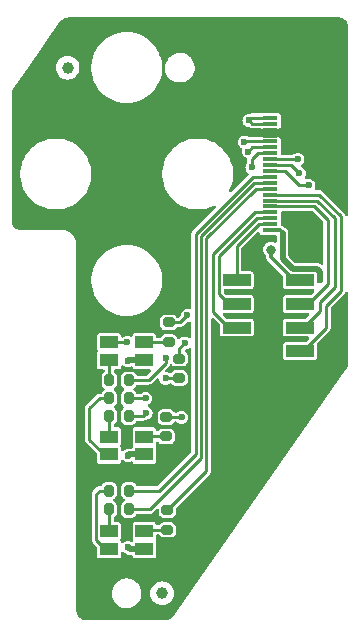
<source format=gbr>
%TF.GenerationSoftware,KiCad,Pcbnew,6.99.0-1.20221101gitf80c150.fc36*%
%TF.CreationDate,2022-11-27T20:33:09+00:00*%
%TF.ProjectId,bugg-led-r4,62756767-2d6c-4656-942d-72342e6b6963,rev?*%
%TF.SameCoordinates,Original*%
%TF.FileFunction,Copper,L6,Bot*%
%TF.FilePolarity,Positive*%
%FSLAX46Y46*%
G04 Gerber Fmt 4.6, Leading zero omitted, Abs format (unit mm)*
G04 Created by KiCad (PCBNEW 6.99.0-1.20221101gitf80c150.fc36) date 2022-11-27 20:33:09*
%MOMM*%
%LPD*%
G01*
G04 APERTURE LIST*
G04 Aperture macros list*
%AMRoundRect*
0 Rectangle with rounded corners*
0 $1 Rounding radius*
0 $2 $3 $4 $5 $6 $7 $8 $9 X,Y pos of 4 corners*
0 Add a 4 corners polygon primitive as box body*
4,1,4,$2,$3,$4,$5,$6,$7,$8,$9,$2,$3,0*
0 Add four circle primitives for the rounded corners*
1,1,$1+$1,$2,$3*
1,1,$1+$1,$4,$5*
1,1,$1+$1,$6,$7*
1,1,$1+$1,$8,$9*
0 Add four rect primitives between the rounded corners*
20,1,$1+$1,$2,$3,$4,$5,0*
20,1,$1+$1,$4,$5,$6,$7,0*
20,1,$1+$1,$6,$7,$8,$9,0*
20,1,$1+$1,$8,$9,$2,$3,0*%
G04 Aperture macros list end*
%TA.AperFunction,SMDPad,CuDef*%
%ADD10RoundRect,0.200000X0.200000X0.275000X-0.200000X0.275000X-0.200000X-0.275000X0.200000X-0.275000X0*%
%TD*%
%TA.AperFunction,SMDPad,CuDef*%
%ADD11C,1.000000*%
%TD*%
%TA.AperFunction,SMDPad,CuDef*%
%ADD12RoundRect,0.200000X-0.275000X0.200000X-0.275000X-0.200000X0.275000X-0.200000X0.275000X0.200000X0*%
%TD*%
%TA.AperFunction,SMDPad,CuDef*%
%ADD13R,1.500000X1.100000*%
%TD*%
%TA.AperFunction,SMDPad,CuDef*%
%ADD14R,2.350000X1.000000*%
%TD*%
%TA.AperFunction,SMDPad,CuDef*%
%ADD15R,1.300000X0.300000*%
%TD*%
%TA.AperFunction,SMDPad,CuDef*%
%ADD16R,2.200000X1.800000*%
%TD*%
%TA.AperFunction,ViaPad*%
%ADD17C,0.800000*%
%TD*%
%TA.AperFunction,ViaPad*%
%ADD18C,0.600000*%
%TD*%
%TA.AperFunction,Conductor*%
%ADD19C,0.300000*%
%TD*%
%TA.AperFunction,Conductor*%
%ADD20C,0.250000*%
%TD*%
%TA.AperFunction,Conductor*%
%ADD21C,0.500000*%
%TD*%
G04 APERTURE END LIST*
D10*
%TO.P,R206,1*%
%TO.N,/LED3_G*%
X175000Y-28400000D03*
%TO.P,R206,2*%
%TO.N,Net-(LED203-GK)*%
X-1475000Y-28400000D03*
%TD*%
D11*
%TO.P,FID1,*%
%TO.N,*%
X-5000000Y9000000D03*
%TD*%
%TO.P,FID2,*%
%TO.N,*%
X3000000Y-35500000D03*
%TD*%
D12*
%TO.P,R203,1*%
%TO.N,/LED3_B*%
X3450000Y-28475000D03*
%TO.P,R203,2*%
%TO.N,Net-(LED203-BK)*%
X3450000Y-30125000D03*
%TD*%
D10*
%TO.P,R209,1*%
%TO.N,/LED3_R*%
X175000Y-26800000D03*
%TO.P,R209,2*%
%TO.N,Net-(LED203-RK)*%
X-1475000Y-26800000D03*
%TD*%
D13*
%TO.P,LED203,1,RK*%
%TO.N,Net-(LED203-RK)*%
X-1499999Y-31749999D03*
%TO.P,LED203,2,A*%
%TO.N,+5V*%
X1499999Y-31749999D03*
%TO.P,LED203,3,BK*%
%TO.N,Net-(LED203-BK)*%
X1499999Y-30249999D03*
%TO.P,LED203,4,GK*%
%TO.N,Net-(LED203-GK)*%
X-1499999Y-30249999D03*
%TD*%
D14*
%TO.P,J201,1,Pin_1*%
%TO.N,/SHDNZ*%
X9324999Y-8999999D03*
%TO.P,J201,2,Pin_2*%
%TO.N,+3V3*%
X14674999Y-8999999D03*
%TO.P,J201,3,Pin_3*%
%TO.N,/SCL*%
X9324999Y-10999999D03*
%TO.P,J201,4,Pin_4*%
%TO.N,/FSYNC*%
X14674999Y-10999999D03*
%TO.P,J201,5,Pin_5*%
%TO.N,/SDA*%
X9324999Y-12999999D03*
%TO.P,J201,6,Pin_6*%
%TO.N,/BCLK*%
X14674999Y-12999999D03*
%TO.P,J201,7,Pin_7*%
%TO.N,GND*%
X9324999Y-14999999D03*
%TO.P,J201,8,Pin_8*%
%TO.N,/SDOUT*%
X14674999Y-14999999D03*
%TD*%
D12*
%TO.P,R201,1*%
%TO.N,/LED1_B*%
X3550000Y-12575000D03*
%TO.P,R201,2*%
%TO.N,Net-(LED201-BK)*%
X3550000Y-14225000D03*
%TD*%
D13*
%TO.P,LED202,1,RK*%
%TO.N,Net-(LED202-RK)*%
X-1499999Y-23749999D03*
%TO.P,LED202,2,A*%
%TO.N,+5V*%
X1499999Y-23749999D03*
%TO.P,LED202,3,BK*%
%TO.N,Net-(LED202-BK)*%
X1499999Y-22249999D03*
%TO.P,LED202,4,GK*%
%TO.N,Net-(LED202-GK)*%
X-1499999Y-22249999D03*
%TD*%
D10*
%TO.P,R205,1*%
%TO.N,/LED2_G*%
X175000Y-20500000D03*
%TO.P,R205,2*%
%TO.N,Net-(LED202-GK)*%
X-1475000Y-20500000D03*
%TD*%
D12*
%TO.P,R202,1*%
%TO.N,/LED2_B*%
X3350000Y-20575000D03*
%TO.P,R202,2*%
%TO.N,Net-(LED202-BK)*%
X3350000Y-22225000D03*
%TD*%
D13*
%TO.P,LED201,1,RK*%
%TO.N,Net-(LED201-RK)*%
X-1499999Y-15749999D03*
%TO.P,LED201,2,A*%
%TO.N,+5V*%
X1499999Y-15749999D03*
%TO.P,LED201,3,BK*%
%TO.N,Net-(LED201-BK)*%
X1499999Y-14249999D03*
%TO.P,LED201,4,GK*%
%TO.N,Net-(LED201-GK)*%
X-1499999Y-14249999D03*
%TD*%
D10*
%TO.P,R208,1*%
%TO.N,/LED2_R*%
X175000Y-19000000D03*
%TO.P,R208,2*%
%TO.N,Net-(LED202-RK)*%
X-1475000Y-19000000D03*
%TD*%
D12*
%TO.P,R204,1*%
%TO.N,/LED1_G*%
X4450000Y-15625000D03*
%TO.P,R204,2*%
%TO.N,Net-(LED201-GK)*%
X4450000Y-17275000D03*
%TD*%
D10*
%TO.P,R207,1*%
%TO.N,/LED1_R*%
X175000Y-17450000D03*
%TO.P,R207,2*%
%TO.N,Net-(LED201-RK)*%
X-1475000Y-17450000D03*
%TD*%
D15*
%TO.P,J202,1,Pin_1*%
%TO.N,+3V3*%
X12149999Y4749999D03*
%TO.P,J202,2,Pin_2*%
X12149999Y4249999D03*
%TO.P,J202,3,Pin_3*%
%TO.N,GND*%
X12149999Y3749999D03*
%TO.P,J202,4,Pin_4*%
X12149999Y3249999D03*
%TO.P,J202,5,Pin_5*%
%TO.N,/LED1_R*%
X12149999Y2749999D03*
%TO.P,J202,6,Pin_6*%
%TO.N,/LED1_G*%
X12149999Y2249999D03*
%TO.P,J202,7,Pin_7*%
%TO.N,/LED1_B*%
X12149999Y1749999D03*
%TO.P,J202,8,Pin_8*%
%TO.N,/LED2_R*%
X12149999Y1249999D03*
%TO.P,J202,9,Pin_9*%
%TO.N,/LED2_G*%
X12149999Y749999D03*
%TO.P,J202,10,Pin_10*%
%TO.N,/LED2_B*%
X12149999Y249999D03*
%TO.P,J202,11,Pin_11*%
%TO.N,/LED3_R*%
X12149999Y-249999D03*
%TO.P,J202,12,Pin_12*%
%TO.N,/LED3_G*%
X12149999Y-749999D03*
%TO.P,J202,13,Pin_13*%
%TO.N,/LED3_B*%
X12149999Y-1249999D03*
%TO.P,J202,14,Pin_14*%
%TO.N,/SDOUT*%
X12149999Y-1749999D03*
%TO.P,J202,15,Pin_15*%
%TO.N,/BCLK*%
X12149999Y-2249999D03*
%TO.P,J202,16,Pin_16*%
%TO.N,/FSYNC*%
X12149999Y-2749999D03*
%TO.P,J202,17,Pin_17*%
%TO.N,/SDA*%
X12149999Y-3249999D03*
%TO.P,J202,18,Pin_18*%
%TO.N,/SCL*%
X12149999Y-3749999D03*
%TO.P,J202,19,Pin_19*%
%TO.N,/SHDNZ*%
X12149999Y-4249999D03*
%TO.P,J202,20,Pin_20*%
%TO.N,+5V*%
X12149999Y-4749999D03*
D16*
%TO.P,J202,MP,MountPin*%
%TO.N,GND*%
X15399999Y6649999D03*
X15399999Y-6649999D03*
%TD*%
D17*
%TO.N,GND*%
X9525000Y3775000D03*
X16200000Y-5100000D03*
X16200000Y-4300000D03*
X13900000Y3525000D03*
X8925000Y-16175000D03*
D18*
%TO.N,+3V3*%
X10350000Y4550000D03*
D17*
X12200000Y-6400000D03*
D18*
%TO.N,Net-(LED201-GK)*%
X50000Y-14250000D03*
X3300000Y-17300000D03*
%TO.N,/LED1_B*%
X10600000Y550000D03*
X5125010Y-11974398D03*
%TO.N,/LED1_G*%
X4900000Y-14300000D03*
X10300000Y1900000D03*
%TO.N,/LED1_R*%
X9950000Y2700000D03*
X3300000Y-15600000D03*
%TO.N,/LED2_B*%
X15425010Y-950000D03*
X4650000Y-20600000D03*
%TO.N,/LED2_G*%
X14625010Y50000D03*
X1650000Y-20250000D03*
%TO.N,/LED2_R*%
X14500000Y1250000D03*
X1600000Y-19000000D03*
%TO.N,+5V*%
X100000Y-23850000D03*
X100000Y-15800000D03*
X100000Y-31600000D03*
X16400000Y-9000000D03*
%TD*%
D19*
%TO.N,+3V3*%
X14675000Y-9000000D02*
X14150000Y-9000000D01*
X12200000Y-7050000D02*
X12200000Y-6400000D01*
D20*
X10649999Y4250001D02*
X10350000Y4550000D01*
D19*
X14150000Y-9000000D02*
X12200000Y-7050000D01*
D20*
X12150000Y4750000D02*
X10550000Y4750000D01*
X11000000Y4250000D02*
X10649999Y4250001D01*
X10550000Y4750000D02*
X10350000Y4550000D01*
X12150000Y4250000D02*
X11000000Y4250000D01*
%TO.N,/SHDNZ*%
X11172820Y-4250000D02*
X12150000Y-4250000D01*
X9325000Y-9000000D02*
X9325000Y-6097820D01*
X9325000Y-6097820D02*
X11172820Y-4250000D01*
%TO.N,/SDOUT*%
X16300000Y-1750000D02*
X12150000Y-1750000D01*
X14934120Y-15000000D02*
X16900000Y-13034120D01*
X18150000Y-9900000D02*
X18150000Y-3600000D01*
X16900000Y-11150000D02*
X18150000Y-9900000D01*
X16900000Y-13034120D02*
X16900000Y-11150000D01*
X18150000Y-3600000D02*
X16300000Y-1750000D01*
X14675000Y-15000000D02*
X14934120Y-15000000D01*
%TO.N,/SCL*%
X7824990Y-6961420D02*
X11036410Y-3750000D01*
X7824990Y-10174990D02*
X7824990Y-6961420D01*
X9325000Y-11000000D02*
X8650000Y-11000000D01*
X8650000Y-11000000D02*
X7824990Y-10174990D01*
X11036410Y-3750000D02*
X12150000Y-3750000D01*
%TO.N,/BCLK*%
X16350000Y-11584120D02*
X16350000Y-10850000D01*
X14675000Y-13000000D02*
X14934120Y-13000000D01*
X16100000Y-2250000D02*
X12150000Y-2250000D01*
X17600000Y-9600000D02*
X17600000Y-3750000D01*
X14934120Y-13000000D02*
X16350000Y-11584120D01*
X16350000Y-10850000D02*
X17600000Y-9600000D01*
X17600000Y-3750000D02*
X16100000Y-2250000D01*
%TO.N,/SDA*%
X10900000Y-3250000D02*
X12150000Y-3250000D01*
X7350022Y-11700022D02*
X7350022Y-6799978D01*
X8650000Y-13000000D02*
X7350022Y-11700022D01*
X7350022Y-6799978D02*
X10900000Y-3250000D01*
X9325000Y-13000000D02*
X8650000Y-13000000D01*
%TO.N,/FSYNC*%
X15862500Y-2750000D02*
X12150000Y-2750000D01*
X15350000Y-11000000D02*
X17025001Y-9324999D01*
X17025001Y-3912501D02*
X15862500Y-2750000D01*
X14675000Y-11000000D02*
X15350000Y-11000000D01*
X17025001Y-9324999D02*
X17025001Y-3912501D01*
%TO.N,Net-(LED201-RK)*%
X-1475000Y-15775000D02*
X-1500000Y-15750000D01*
X-1475000Y-17450000D02*
X-1475000Y-15775000D01*
%TO.N,Net-(LED201-BK)*%
X1500000Y-14250000D02*
X3525000Y-14250000D01*
X3525000Y-14250000D02*
X3550000Y-14225000D01*
%TO.N,Net-(LED201-GK)*%
X-1500000Y-14250000D02*
X50000Y-14250000D01*
X3300000Y-17300000D02*
X4425000Y-17300000D01*
X4425000Y-17300000D02*
X4450000Y-17275000D01*
%TO.N,Net-(LED202-RK)*%
X-3150000Y-22485002D02*
X-1885002Y-23750000D01*
X-1885002Y-23750000D02*
X-1500000Y-23750000D01*
X-1475000Y-19000000D02*
X-2300000Y-19000000D01*
X-3150000Y-19850000D02*
X-3150000Y-22485002D01*
X-2300000Y-19000000D02*
X-3150000Y-19850000D01*
%TO.N,Net-(LED202-BK)*%
X1525000Y-22225000D02*
X1500000Y-22250000D01*
X3350000Y-22225000D02*
X1525000Y-22225000D01*
%TO.N,Net-(LED202-GK)*%
X-1475000Y-20500000D02*
X-1475000Y-22225000D01*
X-1475000Y-22225000D02*
X-1500000Y-22250000D01*
%TO.N,Net-(LED203-RK)*%
X-1800000Y-31750000D02*
X-2575001Y-30974999D01*
X-2300000Y-26800000D02*
X-1475000Y-26800000D01*
X-2575001Y-30974999D02*
X-2575001Y-27075001D01*
X-2575001Y-27075001D02*
X-2300000Y-26800000D01*
X-1500000Y-31750000D02*
X-1800000Y-31750000D01*
%TO.N,Net-(LED203-BK)*%
X1625600Y-30124400D02*
X1500000Y-30250000D01*
X3450000Y-30125000D02*
X3449400Y-30124400D01*
X3449400Y-30124400D02*
X1625600Y-30124400D01*
%TO.N,Net-(LED203-GK)*%
X-1475000Y-30225000D02*
X-1500000Y-30250000D01*
X-1475000Y-28400000D02*
X-1475000Y-30225000D01*
%TO.N,/LED1_B*%
X10600000Y1250000D02*
X11100000Y1750000D01*
X10600000Y550000D02*
X10600000Y1250000D01*
X3550000Y-12575000D02*
X4524408Y-12575000D01*
X11100000Y1750000D02*
X12150000Y1750000D01*
X4524408Y-12575000D02*
X5125010Y-11974398D01*
%TO.N,/LED1_G*%
X4450000Y-14750000D02*
X4900000Y-14300000D01*
X10300000Y1900000D02*
X10650000Y2250000D01*
X10650000Y2250000D02*
X12150000Y2250000D01*
X4450000Y-15625000D02*
X4450000Y-14750000D01*
%TO.N,/LED1_R*%
X3300000Y-16024264D02*
X3300000Y-15600000D01*
X1874264Y-17450000D02*
X3300000Y-16024264D01*
X10000000Y2750000D02*
X12150000Y2750000D01*
X9950000Y2700000D02*
X10000000Y2750000D01*
X175000Y-17450000D02*
X1874264Y-17450000D01*
%TO.N,/LED2_B*%
X4625000Y-20575000D02*
X4650000Y-20600000D01*
X12150000Y250000D02*
X13424998Y250000D01*
X3350000Y-20575000D02*
X4625000Y-20575000D01*
X14624998Y-950000D02*
X15425010Y-950000D01*
X13424998Y250000D02*
X14624998Y-950000D01*
%TO.N,/LED3_B*%
X6750000Y-5450000D02*
X10950000Y-1250000D01*
X10950000Y-1250000D02*
X12150000Y-1250000D01*
X3450000Y-28475000D02*
X6750000Y-25175000D01*
X6750000Y-25175000D02*
X6750000Y-5450000D01*
%TO.N,/LED2_G*%
X175000Y-20500000D02*
X1400000Y-20500000D01*
X12150000Y750000D02*
X13925010Y750000D01*
X1400000Y-20500000D02*
X1650000Y-20250000D01*
X13925010Y750000D02*
X14625010Y50000D01*
%TO.N,/LED3_G*%
X1950000Y-28400000D02*
X6299989Y-24050011D01*
X6299989Y-24050011D02*
X6299989Y-5263600D01*
X10813589Y-750000D02*
X12150000Y-750000D01*
X6299989Y-5263600D02*
X10813589Y-750000D01*
X175000Y-28400000D02*
X1950000Y-28400000D01*
%TO.N,/LED2_R*%
X14500000Y1250000D02*
X12150000Y1250000D01*
X175000Y-19000000D02*
X1600000Y-19000000D01*
%TO.N,/LED3_R*%
X2750000Y-26800000D02*
X5849978Y-23700022D01*
X5849978Y-23700022D02*
X5849978Y-5077200D01*
X10677178Y-250000D02*
X12150000Y-250000D01*
X5849978Y-5077200D02*
X10677178Y-250000D01*
X175000Y-26800000D02*
X2750000Y-26800000D01*
D19*
%TO.N,+5V*%
X12950000Y-4750000D02*
X13200000Y-5000000D01*
D21*
X200000Y-23750000D02*
X100000Y-23850000D01*
X250000Y-31750000D02*
X100000Y-31600000D01*
D19*
X12150000Y-4750000D02*
X12950000Y-4750000D01*
D21*
X1500000Y-15750000D02*
X150000Y-15750000D01*
X1500000Y-31750000D02*
X250000Y-31750000D01*
X16120020Y-8050000D02*
X16400000Y-8329980D01*
X13200000Y-5000000D02*
X13200000Y-7170020D01*
X1500000Y-23750000D02*
X200000Y-23750000D01*
X16400000Y-8329980D02*
X16400000Y-9000000D01*
X13200000Y-7170020D02*
X14079980Y-8050000D01*
X14079980Y-8050000D02*
X16120020Y-8050000D01*
X150000Y-15750000D02*
X100000Y-15800000D01*
%TD*%
%TA.AperFunction,Conductor*%
%TO.N,GND*%
G36*
X17955364Y13249499D02*
G01*
X17955568Y13249425D01*
X17956201Y13249426D01*
X17956202Y13249426D01*
X17961349Y13249435D01*
X17993545Y13249489D01*
X18005902Y13248901D01*
X18133661Y13236514D01*
X18157931Y13231720D01*
X18274841Y13196407D01*
X18297708Y13186962D01*
X18405453Y13129488D01*
X18426035Y13115756D01*
X18520475Y13038332D01*
X18537975Y13020844D01*
X18615465Y12926455D01*
X18629210Y12905886D01*
X18686760Y12798175D01*
X18696221Y12775313D01*
X18731612Y12658435D01*
X18736422Y12634165D01*
X18748897Y12506418D01*
X18749494Y12494050D01*
X18749456Y12456081D01*
X18749500Y12455961D01*
X18749500Y-3424057D01*
X18729498Y-3492178D01*
X18675842Y-3538671D01*
X18605568Y-3548775D01*
X18540988Y-3519281D01*
X18511508Y-3475609D01*
X18510065Y-3476390D01*
X18485186Y-3430418D01*
X18482802Y-3425787D01*
X18464412Y-3388169D01*
X18464411Y-3388167D01*
X18459826Y-3378789D01*
X18454203Y-3373166D01*
X18450419Y-3366174D01*
X18411930Y-3330742D01*
X18408173Y-3327136D01*
X16602297Y-1521259D01*
X16585908Y-1501079D01*
X16580084Y-1492164D01*
X16555149Y-1472756D01*
X16551118Y-1469482D01*
X16547208Y-1466170D01*
X16543518Y-1462480D01*
X16526627Y-1450420D01*
X16522453Y-1447307D01*
X16489431Y-1421605D01*
X16489427Y-1421603D01*
X16481189Y-1415191D01*
X16473669Y-1412609D01*
X16467199Y-1407990D01*
X16457196Y-1405012D01*
X16457192Y-1405010D01*
X16417093Y-1393073D01*
X16412156Y-1391492D01*
X16362660Y-1374500D01*
X16354706Y-1374500D01*
X16347088Y-1372232D01*
X16294856Y-1374392D01*
X16289650Y-1374500D01*
X16033606Y-1374500D01*
X15965485Y-1354498D01*
X15918992Y-1300842D01*
X15908888Y-1230568D01*
X15917197Y-1200283D01*
X15958178Y-1101343D01*
X15961340Y-1093709D01*
X15980260Y-950000D01*
X15961340Y-806291D01*
X15905871Y-672375D01*
X15817631Y-557379D01*
X15702635Y-469139D01*
X15568719Y-413670D01*
X15425010Y-394750D01*
X15281301Y-413670D01*
X15273669Y-416831D01*
X15273670Y-416831D01*
X15249305Y-426923D01*
X15178715Y-434512D01*
X15115228Y-402732D01*
X15079001Y-341674D01*
X15081535Y-270723D01*
X15097037Y-241513D01*
X15096715Y-241327D01*
X15100843Y-234178D01*
X15105871Y-227625D01*
X15161340Y-93709D01*
X15180260Y50000D01*
X15161340Y193709D01*
X15105871Y327625D01*
X15017631Y442621D01*
X14902635Y530861D01*
X14821408Y564506D01*
X14766127Y609054D01*
X14743706Y676417D01*
X14761264Y745209D01*
X14792922Y780877D01*
X14886071Y852353D01*
X14892621Y857379D01*
X14980861Y972375D01*
X15036330Y1106291D01*
X15055250Y1250000D01*
X15036330Y1393709D01*
X14980861Y1527625D01*
X14892621Y1642621D01*
X14777625Y1730861D01*
X14643709Y1786330D01*
X14500000Y1805250D01*
X14356291Y1786330D01*
X14222375Y1730861D01*
X14119000Y1651538D01*
X14052780Y1625937D01*
X14042296Y1625500D01*
X13176500Y1625500D01*
X13108379Y1645502D01*
X13061886Y1699158D01*
X13050500Y1751500D01*
X13050500Y1924674D01*
X13040406Y1975419D01*
X13040406Y2024582D01*
X13047429Y2059885D01*
X13050500Y2075326D01*
X13050500Y2424674D01*
X13040406Y2475419D01*
X13040406Y2524582D01*
X13046714Y2556291D01*
X13050500Y2575326D01*
X13050500Y2924674D01*
X13035966Y2997740D01*
X12980601Y3080601D01*
X12897740Y3135966D01*
X12824674Y3150500D01*
X11475326Y3150500D01*
X11402260Y3135966D01*
X11398609Y3133526D01*
X11358256Y3125500D01*
X10342544Y3125500D01*
X10274423Y3145502D01*
X10265839Y3151538D01*
X10234175Y3175835D01*
X10227625Y3180861D01*
X10093709Y3236330D01*
X9950000Y3255250D01*
X9806291Y3236330D01*
X9672375Y3180861D01*
X9557379Y3092621D01*
X9469139Y2977625D01*
X9413670Y2843709D01*
X9394750Y2700000D01*
X9413670Y2556291D01*
X9469139Y2422375D01*
X9557379Y2307379D01*
X9672375Y2219139D01*
X9683835Y2214392D01*
X9695917Y2209387D01*
X9751197Y2164838D01*
X9773617Y2097474D01*
X9766837Y2059885D01*
X9768967Y2059314D01*
X9766830Y2051338D01*
X9763670Y2043709D01*
X9744750Y1900000D01*
X9763670Y1756291D01*
X9819139Y1622375D01*
X9907379Y1507379D01*
X10022375Y1419139D01*
X10030002Y1415980D01*
X10030007Y1415977D01*
X10146230Y1367837D01*
X10201512Y1323289D01*
X10223905Y1256633D01*
X10224392Y1244855D01*
X10224500Y1239650D01*
X10224500Y1007704D01*
X10204498Y939583D01*
X10198464Y931002D01*
X10119139Y827625D01*
X10063670Y693709D01*
X10044750Y550000D01*
X10063670Y406291D01*
X10119139Y272375D01*
X10207379Y157379D01*
X10213929Y152353D01*
X10289250Y94557D01*
X10331117Y37219D01*
X10335339Y-33652D01*
X10301641Y-94500D01*
X8862016Y-1534125D01*
X8799704Y-1568151D01*
X8728889Y-1563086D01*
X8672053Y-1520539D01*
X8647242Y-1454019D01*
X8660323Y-1388481D01*
X8758135Y-1193721D01*
X8758137Y-1193717D01*
X8759777Y-1190451D01*
X8829918Y-997740D01*
X8878065Y-865457D01*
X8878066Y-865453D01*
X8879319Y-862011D01*
X8959923Y-521914D01*
X9000500Y-174759D01*
X9000500Y174759D01*
X8959923Y521914D01*
X8879319Y862011D01*
X8849980Y942621D01*
X8761031Y1187006D01*
X8761030Y1187008D01*
X8759777Y1190451D01*
X8735069Y1239650D01*
X8646514Y1415977D01*
X8602913Y1502793D01*
X8410849Y1794811D01*
X8186183Y2062558D01*
X8179081Y2069259D01*
X8077773Y2164838D01*
X7931953Y2302412D01*
X7663511Y2502260D01*
X7654531Y2508945D01*
X7651596Y2511130D01*
X7648423Y2512962D01*
X7352081Y2684055D01*
X7352078Y2684057D01*
X7348904Y2685889D01*
X7027971Y2824326D01*
X7024464Y2825376D01*
X7024461Y2825377D01*
X6696651Y2923517D01*
X6696646Y2923518D01*
X6693136Y2924569D01*
X6348927Y2985262D01*
X6345274Y2985475D01*
X6345272Y2985475D01*
X6260912Y2990388D01*
X6087305Y3000500D01*
X5912695Y3000500D01*
X5739088Y2990388D01*
X5654728Y2985475D01*
X5654726Y2985475D01*
X5651073Y2985262D01*
X5306864Y2924569D01*
X5303354Y2923518D01*
X5303349Y2923517D01*
X4975539Y2825377D01*
X4975536Y2825376D01*
X4972029Y2824326D01*
X4651096Y2685889D01*
X4647922Y2684057D01*
X4647919Y2684055D01*
X4351577Y2512962D01*
X4348404Y2511130D01*
X4345469Y2508945D01*
X4336490Y2502260D01*
X4068047Y2302412D01*
X3922227Y2164838D01*
X3820920Y2069259D01*
X3813817Y2062558D01*
X3589151Y1794811D01*
X3397087Y1502793D01*
X3353486Y1415977D01*
X3264932Y1239650D01*
X3240223Y1190451D01*
X3238970Y1187008D01*
X3238969Y1187006D01*
X3150021Y942621D01*
X3120681Y862011D01*
X3040077Y521914D01*
X2999500Y174759D01*
X2999500Y-174759D01*
X3040077Y-521914D01*
X3120681Y-862011D01*
X3121934Y-865453D01*
X3121935Y-865457D01*
X3170082Y-997740D01*
X3240223Y-1190451D01*
X3241863Y-1193717D01*
X3241865Y-1193721D01*
X3261092Y-1232004D01*
X3397087Y-1502793D01*
X3589151Y-1794811D01*
X3813817Y-2062558D01*
X3816473Y-2065064D01*
X3816476Y-2065067D01*
X3827350Y-2075326D01*
X4068047Y-2302412D01*
X4070981Y-2304596D01*
X4070983Y-2304598D01*
X4345469Y-2508945D01*
X4348404Y-2511130D01*
X4351576Y-2512961D01*
X4351577Y-2512962D01*
X4636206Y-2677292D01*
X4651096Y-2685889D01*
X4972029Y-2824326D01*
X4975536Y-2825376D01*
X4975539Y-2825377D01*
X5303349Y-2923517D01*
X5303354Y-2923518D01*
X5306864Y-2924569D01*
X5651073Y-2985262D01*
X5654726Y-2985475D01*
X5654728Y-2985475D01*
X5731922Y-2989971D01*
X5912695Y-3000500D01*
X6087305Y-3000500D01*
X6268078Y-2989971D01*
X6345272Y-2985475D01*
X6345274Y-2985475D01*
X6348927Y-2985262D01*
X6693136Y-2924569D01*
X6696646Y-2923518D01*
X6696651Y-2923517D01*
X7024461Y-2825377D01*
X7024464Y-2825376D01*
X7027971Y-2824326D01*
X7348904Y-2685889D01*
X7375023Y-2670809D01*
X7444015Y-2654072D01*
X7511107Y-2677292D01*
X7554995Y-2733098D01*
X7561744Y-2803773D01*
X7527116Y-2869024D01*
X5621237Y-4774903D01*
X5601060Y-4791290D01*
X5592142Y-4797116D01*
X5572734Y-4822051D01*
X5569460Y-4826082D01*
X5566148Y-4829992D01*
X5562458Y-4833682D01*
X5559430Y-4837923D01*
X5550398Y-4850573D01*
X5547285Y-4854747D01*
X5521583Y-4887769D01*
X5521581Y-4887773D01*
X5515169Y-4896011D01*
X5512587Y-4903531D01*
X5507968Y-4910001D01*
X5504990Y-4920004D01*
X5504988Y-4920008D01*
X5493051Y-4960107D01*
X5491470Y-4965044D01*
X5474478Y-5014540D01*
X5474478Y-5022494D01*
X5472210Y-5030112D01*
X5473019Y-5049677D01*
X5474370Y-5082344D01*
X5474478Y-5087550D01*
X5474478Y-11334724D01*
X5454476Y-11402845D01*
X5400820Y-11449338D01*
X5330546Y-11459442D01*
X5300259Y-11451132D01*
X5276353Y-11441230D01*
X5268719Y-11438068D01*
X5125010Y-11419148D01*
X4981301Y-11438068D01*
X4847385Y-11493537D01*
X4732389Y-11581777D01*
X4644149Y-11696773D01*
X4588680Y-11830689D01*
X4576048Y-11926638D01*
X4571672Y-11959876D01*
X4542950Y-12024804D01*
X4535845Y-12032525D01*
X4407104Y-12161266D01*
X4344792Y-12195292D01*
X4273977Y-12190227D01*
X4216630Y-12146993D01*
X4147150Y-12052850D01*
X4037882Y-11972207D01*
X3909699Y-11927354D01*
X3902067Y-11926638D01*
X3902066Y-11926638D01*
X3882202Y-11924775D01*
X3882195Y-11924775D01*
X3879266Y-11924500D01*
X3220734Y-11924500D01*
X3217805Y-11924775D01*
X3217798Y-11924775D01*
X3197934Y-11926638D01*
X3197933Y-11926638D01*
X3190301Y-11927354D01*
X3062118Y-11972207D01*
X2952850Y-12052850D01*
X2872207Y-12162118D01*
X2869087Y-12171033D01*
X2869087Y-12171034D01*
X2854544Y-12212595D01*
X2827354Y-12290301D01*
X2826638Y-12297933D01*
X2826638Y-12297934D01*
X2825272Y-12312507D01*
X2824500Y-12320734D01*
X2824500Y-12829266D01*
X2824775Y-12832195D01*
X2824775Y-12832202D01*
X2826638Y-12852066D01*
X2827354Y-12859699D01*
X2829887Y-12866938D01*
X2860830Y-12955367D01*
X2872207Y-12987882D01*
X2952850Y-13097150D01*
X3062118Y-13177793D01*
X3071033Y-13180913D01*
X3071034Y-13180913D01*
X3130566Y-13201744D01*
X3190301Y-13222646D01*
X3197933Y-13223362D01*
X3197934Y-13223362D01*
X3217798Y-13225225D01*
X3217805Y-13225225D01*
X3220734Y-13225500D01*
X3879266Y-13225500D01*
X3882195Y-13225225D01*
X3882202Y-13225225D01*
X3902066Y-13223362D01*
X3902067Y-13223362D01*
X3909699Y-13222646D01*
X3969434Y-13201744D01*
X4028966Y-13180913D01*
X4028967Y-13180913D01*
X4037882Y-13177793D01*
X4147150Y-13097150D01*
X4217611Y-13001678D01*
X4274155Y-12958747D01*
X4318990Y-12950500D01*
X4472398Y-12950500D01*
X4498254Y-12953182D01*
X4498393Y-12953211D01*
X4498460Y-12953225D01*
X4498461Y-12953225D01*
X4508676Y-12955367D01*
X4519034Y-12954076D01*
X4519035Y-12954076D01*
X4526586Y-12953135D01*
X4540012Y-12951461D01*
X4545177Y-12950925D01*
X4550306Y-12950500D01*
X4555522Y-12950500D01*
X4576002Y-12947083D01*
X4581133Y-12946336D01*
X4633034Y-12939866D01*
X4640179Y-12936373D01*
X4648018Y-12935065D01*
X4693990Y-12910186D01*
X4698621Y-12907802D01*
X4736239Y-12889412D01*
X4736241Y-12889411D01*
X4745619Y-12884826D01*
X4751242Y-12879203D01*
X4758234Y-12875419D01*
X4766042Y-12866938D01*
X4793666Y-12836930D01*
X4797272Y-12833173D01*
X5066882Y-12563563D01*
X5129194Y-12529537D01*
X5139525Y-12527737D01*
X5268719Y-12510728D01*
X5300259Y-12497664D01*
X5370849Y-12490074D01*
X5434336Y-12521853D01*
X5470564Y-12582910D01*
X5474478Y-12614072D01*
X5474478Y-13791420D01*
X5454476Y-13859541D01*
X5400820Y-13906034D01*
X5330546Y-13916138D01*
X5271776Y-13891384D01*
X5177625Y-13819139D01*
X5043709Y-13763670D01*
X4900000Y-13744750D01*
X4756291Y-13763670D01*
X4622375Y-13819139D01*
X4507379Y-13907379D01*
X4502353Y-13913929D01*
X4480154Y-13942859D01*
X4422816Y-13984726D01*
X4351945Y-13988948D01*
X4290042Y-13954184D01*
X4261263Y-13907770D01*
X4230913Y-13821034D01*
X4230913Y-13821033D01*
X4227793Y-13812118D01*
X4147150Y-13702850D01*
X4037882Y-13622207D01*
X4015660Y-13614431D01*
X3916938Y-13579887D01*
X3909699Y-13577354D01*
X3902067Y-13576638D01*
X3902066Y-13576638D01*
X3882202Y-13574775D01*
X3882195Y-13574775D01*
X3879266Y-13574500D01*
X3220734Y-13574500D01*
X3217805Y-13574775D01*
X3217798Y-13574775D01*
X3197934Y-13576638D01*
X3197933Y-13576638D01*
X3190301Y-13577354D01*
X3183062Y-13579887D01*
X3084341Y-13614431D01*
X3062118Y-13622207D01*
X2952850Y-13702850D01*
X2872207Y-13812118D01*
X2871906Y-13811896D01*
X2826789Y-13858256D01*
X2764906Y-13874500D01*
X2626500Y-13874500D01*
X2558379Y-13854498D01*
X2511886Y-13800842D01*
X2500500Y-13748500D01*
X2500500Y-13675326D01*
X2485966Y-13602260D01*
X2430601Y-13519399D01*
X2347740Y-13464034D01*
X2274674Y-13449500D01*
X725326Y-13449500D01*
X652260Y-13464034D01*
X569399Y-13519399D01*
X514034Y-13602260D01*
X499500Y-13675326D01*
X497156Y-13674860D01*
X474540Y-13730867D01*
X416585Y-13771876D01*
X345659Y-13775042D01*
X327513Y-13769092D01*
X201343Y-13716832D01*
X193709Y-13713670D01*
X50000Y-13694750D01*
X-93709Y-13713670D01*
X-227625Y-13769139D01*
X-277456Y-13807376D01*
X-296796Y-13822216D01*
X-363016Y-13847817D01*
X-432565Y-13833552D01*
X-483361Y-13783951D01*
X-499500Y-13722254D01*
X-499500Y-13675326D01*
X-514034Y-13602260D01*
X-569399Y-13519399D01*
X-652260Y-13464034D01*
X-725326Y-13449500D01*
X-2274674Y-13449500D01*
X-2347740Y-13464034D01*
X-2430601Y-13519399D01*
X-2485966Y-13602260D01*
X-2500500Y-13675326D01*
X-2500500Y-14824674D01*
X-2485966Y-14897740D01*
X-2479073Y-14908056D01*
X-2479071Y-14908061D01*
X-2464412Y-14930000D01*
X-2443198Y-14997753D01*
X-2464412Y-15070000D01*
X-2479071Y-15091939D01*
X-2479073Y-15091944D01*
X-2485966Y-15102260D01*
X-2500500Y-15175326D01*
X-2500500Y-16324674D01*
X-2485966Y-16397740D01*
X-2430601Y-16480601D01*
X-2416429Y-16490070D01*
X-2360256Y-16527603D01*
X-2347740Y-16535966D01*
X-2274674Y-16550500D01*
X-1976500Y-16550500D01*
X-1908379Y-16570502D01*
X-1861886Y-16624158D01*
X-1850500Y-16676500D01*
X-1850500Y-16681010D01*
X-1870502Y-16749131D01*
X-1901678Y-16782389D01*
X-1997150Y-16852850D01*
X-2077793Y-16962118D01*
X-2080913Y-16971033D01*
X-2080913Y-16971034D01*
X-2107113Y-17045911D01*
X-2122646Y-17090301D01*
X-2125500Y-17120734D01*
X-2125500Y-17779266D01*
X-2125225Y-17782195D01*
X-2125225Y-17782202D01*
X-2125054Y-17784021D01*
X-2122646Y-17809699D01*
X-2120113Y-17816938D01*
X-2116163Y-17828225D01*
X-2077793Y-17937882D01*
X-1997150Y-18047150D01*
X-1989558Y-18052753D01*
X-1893536Y-18123620D01*
X-1850604Y-18180165D01*
X-1845057Y-18250945D01*
X-1878657Y-18313487D01*
X-1893535Y-18326379D01*
X-1997150Y-18402850D01*
X-2077793Y-18512118D01*
X-2082009Y-18524168D01*
X-2087590Y-18540117D01*
X-2128970Y-18597808D01*
X-2194970Y-18623970D01*
X-2206519Y-18624500D01*
X-2247990Y-18624500D01*
X-2273847Y-18621818D01*
X-2273866Y-18621814D01*
X-2284268Y-18619633D01*
X-2294626Y-18620924D01*
X-2294627Y-18620924D01*
X-2301797Y-18621818D01*
X-2315604Y-18623539D01*
X-2320766Y-18624075D01*
X-2325895Y-18624500D01*
X-2331114Y-18624500D01*
X-2336261Y-18625359D01*
X-2336262Y-18625359D01*
X-2351577Y-18627915D01*
X-2356734Y-18628666D01*
X-2398263Y-18633842D01*
X-2398266Y-18633843D01*
X-2408625Y-18635134D01*
X-2415769Y-18638627D01*
X-2423610Y-18639935D01*
X-2432792Y-18644904D01*
X-2469596Y-18664821D01*
X-2474222Y-18667202D01*
X-2521211Y-18690174D01*
X-2526834Y-18695797D01*
X-2533826Y-18699581D01*
X-2540897Y-18707263D01*
X-2540898Y-18707263D01*
X-2569246Y-18738057D01*
X-2572852Y-18741815D01*
X-3378743Y-19547705D01*
X-3398921Y-19564091D01*
X-3399094Y-19564204D01*
X-3399096Y-19564206D01*
X-3407836Y-19569916D01*
X-3427244Y-19594851D01*
X-3430518Y-19598882D01*
X-3433830Y-19602792D01*
X-3437520Y-19606482D01*
X-3440548Y-19610723D01*
X-3449580Y-19623373D01*
X-3452693Y-19627547D01*
X-3478395Y-19660569D01*
X-3478397Y-19660573D01*
X-3484809Y-19668811D01*
X-3487391Y-19676331D01*
X-3492010Y-19682801D01*
X-3494988Y-19692804D01*
X-3494990Y-19692808D01*
X-3506927Y-19732907D01*
X-3508508Y-19737844D01*
X-3525500Y-19787340D01*
X-3525500Y-19795294D01*
X-3527768Y-19802912D01*
X-3527336Y-19813348D01*
X-3525608Y-19855144D01*
X-3525500Y-19860350D01*
X-3525500Y-22432992D01*
X-3528182Y-22458848D01*
X-3530367Y-22469270D01*
X-3529076Y-22479628D01*
X-3529076Y-22479629D01*
X-3526463Y-22500587D01*
X-3525925Y-22505771D01*
X-3525500Y-22510900D01*
X-3525500Y-22516116D01*
X-3522085Y-22536582D01*
X-3521336Y-22541727D01*
X-3514866Y-22593628D01*
X-3511373Y-22600773D01*
X-3510065Y-22608612D01*
X-3505093Y-22617799D01*
X-3485186Y-22654584D01*
X-3482802Y-22659215D01*
X-3459826Y-22706213D01*
X-3454203Y-22711836D01*
X-3450419Y-22718828D01*
X-3442737Y-22725899D01*
X-3442737Y-22725900D01*
X-3411930Y-22754260D01*
X-3408173Y-22757866D01*
X-2537405Y-23628634D01*
X-2503379Y-23690946D01*
X-2500500Y-23717729D01*
X-2500500Y-24324674D01*
X-2485966Y-24397740D01*
X-2430601Y-24480601D01*
X-2347740Y-24535966D01*
X-2274674Y-24550500D01*
X-725326Y-24550500D01*
X-652260Y-24535966D01*
X-569399Y-24480601D01*
X-514034Y-24397740D01*
X-499500Y-24324674D01*
X-499500Y-24323279D01*
X-473539Y-24258992D01*
X-415584Y-24217984D01*
X-344658Y-24214818D01*
X-293438Y-24243685D01*
X-292621Y-24242621D01*
X-177625Y-24330861D01*
X-43709Y-24386330D01*
X100000Y-24405250D01*
X243709Y-24386330D01*
X251343Y-24383168D01*
X356241Y-24339719D01*
X426831Y-24332130D01*
X490317Y-24363910D01*
X513878Y-24397844D01*
X514034Y-24397740D01*
X569399Y-24480601D01*
X652260Y-24535966D01*
X725326Y-24550500D01*
X2274674Y-24550500D01*
X2347740Y-24535966D01*
X2430601Y-24480601D01*
X2485966Y-24397740D01*
X2500500Y-24324674D01*
X2500500Y-23175326D01*
X2485966Y-23102260D01*
X2479073Y-23091944D01*
X2479071Y-23091939D01*
X2464412Y-23070000D01*
X2443198Y-23002247D01*
X2464412Y-22930000D01*
X2479071Y-22908061D01*
X2479073Y-22908056D01*
X2485966Y-22897740D01*
X2500500Y-22824674D01*
X2500500Y-22788138D01*
X2520502Y-22720017D01*
X2574158Y-22673524D01*
X2644432Y-22663420D01*
X2709012Y-22692914D01*
X2727879Y-22713316D01*
X2747245Y-22739556D01*
X2752850Y-22747150D01*
X2862118Y-22827793D01*
X2990301Y-22872646D01*
X2997933Y-22873362D01*
X2997934Y-22873362D01*
X3017798Y-22875225D01*
X3017805Y-22875225D01*
X3020734Y-22875500D01*
X3679266Y-22875500D01*
X3682195Y-22875225D01*
X3682202Y-22875225D01*
X3702066Y-22873362D01*
X3702067Y-22873362D01*
X3709699Y-22872646D01*
X3837882Y-22827793D01*
X3947150Y-22747150D01*
X4027793Y-22637882D01*
X4040874Y-22600500D01*
X4070113Y-22516938D01*
X4072646Y-22509699D01*
X4075500Y-22479266D01*
X4075500Y-21970734D01*
X4072646Y-21940301D01*
X4070113Y-21933062D01*
X4030913Y-21821034D01*
X4030913Y-21821033D01*
X4027793Y-21812118D01*
X3947150Y-21702850D01*
X3837882Y-21622207D01*
X3815660Y-21614431D01*
X3716938Y-21579887D01*
X3709699Y-21577354D01*
X3702067Y-21576638D01*
X3702066Y-21576638D01*
X3682202Y-21574775D01*
X3682195Y-21574775D01*
X3679266Y-21574500D01*
X3020734Y-21574500D01*
X3017805Y-21574775D01*
X3017798Y-21574775D01*
X2997934Y-21576638D01*
X2997933Y-21576638D01*
X2990301Y-21577354D01*
X2983062Y-21579887D01*
X2884341Y-21614431D01*
X2862118Y-21622207D01*
X2752850Y-21702850D01*
X2747247Y-21710442D01*
X2747245Y-21710444D01*
X2726709Y-21738269D01*
X2670164Y-21781201D01*
X2599384Y-21786747D01*
X2536842Y-21753146D01*
X2502394Y-21691066D01*
X2500500Y-21679295D01*
X2500500Y-21675326D01*
X2485966Y-21602260D01*
X2430601Y-21519399D01*
X2347740Y-21464034D01*
X2274674Y-21449500D01*
X725326Y-21449500D01*
X652260Y-21464034D01*
X569399Y-21519399D01*
X514034Y-21602260D01*
X499500Y-21675326D01*
X499500Y-22824674D01*
X514034Y-22897740D01*
X520927Y-22908056D01*
X520929Y-22908061D01*
X535588Y-22930000D01*
X556802Y-22997753D01*
X535588Y-23070000D01*
X520929Y-23091939D01*
X520927Y-23091944D01*
X514034Y-23102260D01*
X511613Y-23114429D01*
X511613Y-23114430D01*
X504919Y-23148083D01*
X472011Y-23210992D01*
X410315Y-23246123D01*
X381340Y-23249500D01*
X267357Y-23249500D01*
X253878Y-23248051D01*
X253867Y-23248200D01*
X244881Y-23247557D01*
X236073Y-23245641D01*
X227083Y-23246284D01*
X186609Y-23249179D01*
X177620Y-23249500D01*
X164201Y-23249500D01*
X150914Y-23251411D01*
X141973Y-23252372D01*
X101505Y-23255266D01*
X101504Y-23255266D01*
X92517Y-23255909D01*
X84075Y-23259058D01*
X75269Y-23260973D01*
X75237Y-23260827D01*
X75066Y-23260870D01*
X75108Y-23261014D01*
X66465Y-23263552D01*
X57543Y-23264835D01*
X49345Y-23268579D01*
X49342Y-23268580D01*
X12439Y-23285434D01*
X4148Y-23288869D01*
X-42331Y-23306204D01*
X-49545Y-23311605D01*
X-57457Y-23315925D01*
X-57529Y-23315793D01*
X-57686Y-23315886D01*
X-57604Y-23316014D01*
X-63067Y-23319524D01*
X-68986Y-23322620D01*
X-73373Y-23324623D01*
X-74220Y-23325357D01*
X-82958Y-23329927D01*
X-159405Y-23361592D01*
X-177625Y-23369139D01*
X-292621Y-23457379D01*
X-293814Y-23455825D01*
X-346717Y-23484713D01*
X-417532Y-23479648D01*
X-474368Y-23437101D01*
X-499179Y-23370581D01*
X-499500Y-23361592D01*
X-499500Y-23175326D01*
X-514034Y-23102260D01*
X-520927Y-23091944D01*
X-520929Y-23091939D01*
X-535588Y-23070000D01*
X-556802Y-23002247D01*
X-535588Y-22930000D01*
X-520929Y-22908061D01*
X-520927Y-22908056D01*
X-514034Y-22897740D01*
X-499500Y-22824674D01*
X-499500Y-21675326D01*
X-514034Y-21602260D01*
X-569399Y-21519399D01*
X-652260Y-21464034D01*
X-725326Y-21449500D01*
X-973500Y-21449500D01*
X-1041621Y-21429498D01*
X-1088114Y-21375842D01*
X-1099500Y-21323500D01*
X-1099500Y-21268990D01*
X-1079498Y-21200869D01*
X-1048322Y-21167611D01*
X-952850Y-21097150D01*
X-872207Y-20987882D01*
X-859126Y-20950500D01*
X-829887Y-20866938D01*
X-827354Y-20859699D01*
X-825055Y-20835186D01*
X-824775Y-20832202D01*
X-824775Y-20832195D01*
X-824500Y-20829266D01*
X-824500Y-20170734D01*
X-826020Y-20154520D01*
X-826638Y-20147934D01*
X-826638Y-20147933D01*
X-827354Y-20140301D01*
X-860411Y-20045828D01*
X-869087Y-20021034D01*
X-869087Y-20021033D01*
X-872207Y-20012118D01*
X-952850Y-19902850D01*
X-1022590Y-19851380D01*
X-1065522Y-19794835D01*
X-1071069Y-19724055D01*
X-1037469Y-19661513D01*
X-1022590Y-19648620D01*
X-991256Y-19625495D01*
X-952850Y-19597150D01*
X-872207Y-19487882D01*
X-867990Y-19475832D01*
X-829887Y-19366938D01*
X-827354Y-19359699D01*
X-824500Y-19329266D01*
X-824500Y-18670734D01*
X-824938Y-18666058D01*
X-826638Y-18647934D01*
X-826638Y-18647933D01*
X-827354Y-18640301D01*
X-839882Y-18604498D01*
X-869087Y-18521034D01*
X-869087Y-18521033D01*
X-872207Y-18512118D01*
X-952850Y-18402850D01*
X-1056464Y-18326380D01*
X-1099396Y-18269835D01*
X-1104943Y-18199055D01*
X-1071343Y-18136513D01*
X-1056464Y-18123620D01*
X-960442Y-18052753D01*
X-952850Y-18047150D01*
X-872207Y-17937882D01*
X-833836Y-17828225D01*
X-829887Y-17816938D01*
X-827354Y-17809699D01*
X-824946Y-17784021D01*
X-824775Y-17782202D01*
X-824775Y-17782195D01*
X-824500Y-17779266D01*
X-824500Y-17120734D01*
X-827354Y-17090301D01*
X-842887Y-17045911D01*
X-869087Y-16971034D01*
X-869087Y-16971033D01*
X-872207Y-16962118D01*
X-952850Y-16852850D01*
X-1048322Y-16782389D01*
X-1091253Y-16725845D01*
X-1099500Y-16681010D01*
X-1099500Y-16676500D01*
X-1079498Y-16608379D01*
X-1025842Y-16561886D01*
X-973500Y-16550500D01*
X-725326Y-16550500D01*
X-652260Y-16535966D01*
X-639743Y-16527603D01*
X-583571Y-16490070D01*
X-569399Y-16480601D01*
X-514034Y-16397740D01*
X-499500Y-16324674D01*
X-499500Y-16288408D01*
X-479498Y-16220287D01*
X-425842Y-16173794D01*
X-355568Y-16163690D01*
X-292837Y-16192340D01*
X-292621Y-16192621D01*
X-286777Y-16197105D01*
X-286773Y-16197109D01*
X-256566Y-16220287D01*
X-177625Y-16280861D01*
X-43709Y-16336330D01*
X100000Y-16355250D01*
X243709Y-16336330D01*
X340327Y-16296310D01*
X410917Y-16288721D01*
X474404Y-16320501D01*
X504778Y-16374968D01*
X506864Y-16374104D01*
X511613Y-16385569D01*
X514034Y-16397740D01*
X569399Y-16480601D01*
X638595Y-16526835D01*
X639744Y-16527603D01*
X652000Y-16542268D01*
X674191Y-16540329D01*
X719257Y-16549293D01*
X719259Y-16549293D01*
X725326Y-16550500D01*
X1938536Y-16550500D01*
X2006657Y-16570502D01*
X2053150Y-16624158D01*
X2063254Y-16694432D01*
X2033760Y-16759012D01*
X2027631Y-16765595D01*
X1755631Y-17037595D01*
X1693319Y-17071621D01*
X1666536Y-17074500D01*
X906519Y-17074500D01*
X838398Y-17054498D01*
X791905Y-17000842D01*
X787590Y-16990117D01*
X777793Y-16962118D01*
X697150Y-16852850D01*
X587882Y-16772207D01*
X587365Y-16772026D01*
X567455Y-16752652D01*
X528128Y-16751298D01*
X466938Y-16729887D01*
X459699Y-16727354D01*
X452067Y-16726638D01*
X452066Y-16726638D01*
X432202Y-16724775D01*
X432195Y-16724775D01*
X429266Y-16724500D01*
X-79266Y-16724500D01*
X-82195Y-16724775D01*
X-82202Y-16724775D01*
X-102066Y-16726638D01*
X-102067Y-16726638D01*
X-109699Y-16727354D01*
X-116938Y-16729887D01*
X-222518Y-16766831D01*
X-237882Y-16772207D01*
X-347150Y-16852850D01*
X-427793Y-16962118D01*
X-430913Y-16971033D01*
X-430913Y-16971034D01*
X-457113Y-17045911D01*
X-472646Y-17090301D01*
X-475500Y-17120734D01*
X-475500Y-17779266D01*
X-475225Y-17782195D01*
X-475225Y-17782202D01*
X-475054Y-17784021D01*
X-472646Y-17809699D01*
X-470113Y-17816938D01*
X-466163Y-17828225D01*
X-427793Y-17937882D01*
X-347150Y-18047150D01*
X-339558Y-18052753D01*
X-243536Y-18123620D01*
X-200604Y-18180165D01*
X-195057Y-18250945D01*
X-228657Y-18313487D01*
X-243535Y-18326379D01*
X-347150Y-18402850D01*
X-427793Y-18512118D01*
X-430913Y-18521033D01*
X-430913Y-18521034D01*
X-460118Y-18604498D01*
X-472646Y-18640301D01*
X-473362Y-18647933D01*
X-473362Y-18647934D01*
X-475061Y-18666058D01*
X-475500Y-18670734D01*
X-475500Y-19329266D01*
X-472646Y-19359699D01*
X-470113Y-19366938D01*
X-432009Y-19475832D01*
X-427793Y-19487882D01*
X-347150Y-19597150D01*
X-308743Y-19625495D01*
X-277410Y-19648620D01*
X-234478Y-19705165D01*
X-228931Y-19775945D01*
X-262531Y-19838487D01*
X-277409Y-19851379D01*
X-347150Y-19902850D01*
X-427793Y-20012118D01*
X-430913Y-20021033D01*
X-430913Y-20021034D01*
X-439589Y-20045828D01*
X-472646Y-20140301D01*
X-473362Y-20147933D01*
X-473362Y-20147934D01*
X-473979Y-20154520D01*
X-475500Y-20170734D01*
X-475500Y-20829266D01*
X-475225Y-20832195D01*
X-475225Y-20832202D01*
X-474945Y-20835186D01*
X-472646Y-20859699D01*
X-470113Y-20866938D01*
X-440873Y-20950500D01*
X-427793Y-20987882D01*
X-347150Y-21097150D01*
X-237882Y-21177793D01*
X-228967Y-21180913D01*
X-228966Y-21180913D01*
X-116938Y-21220113D01*
X-109699Y-21222646D01*
X-102067Y-21223362D01*
X-102066Y-21223362D01*
X-82202Y-21225225D01*
X-82195Y-21225225D01*
X-79266Y-21225500D01*
X429266Y-21225500D01*
X432195Y-21225225D01*
X432202Y-21225225D01*
X452066Y-21223362D01*
X452067Y-21223362D01*
X459699Y-21222646D01*
X466938Y-21220113D01*
X578966Y-21180913D01*
X578967Y-21180913D01*
X587882Y-21177793D01*
X697150Y-21097150D01*
X777793Y-20987882D01*
X787590Y-20959882D01*
X828970Y-20902192D01*
X894970Y-20876030D01*
X906519Y-20875500D01*
X1347990Y-20875500D01*
X1373846Y-20878182D01*
X1373985Y-20878211D01*
X1374052Y-20878225D01*
X1374053Y-20878225D01*
X1384268Y-20880367D01*
X1394626Y-20879076D01*
X1394627Y-20879076D01*
X1402178Y-20878135D01*
X1415604Y-20876461D01*
X1420769Y-20875925D01*
X1425898Y-20875500D01*
X1431114Y-20875500D01*
X1451594Y-20872083D01*
X1456725Y-20871336D01*
X1508626Y-20864866D01*
X1515771Y-20861373D01*
X1523610Y-20860065D01*
X1569582Y-20835186D01*
X1574195Y-20832811D01*
X1581446Y-20829266D01*
X2624500Y-20829266D01*
X2624775Y-20832195D01*
X2624775Y-20832202D01*
X2625055Y-20835186D01*
X2627354Y-20859699D01*
X2629887Y-20866938D01*
X2659127Y-20950500D01*
X2672207Y-20987882D01*
X2752850Y-21097150D01*
X2862118Y-21177793D01*
X2871033Y-21180913D01*
X2871034Y-21180913D01*
X2983062Y-21220113D01*
X2990301Y-21222646D01*
X2997933Y-21223362D01*
X2997934Y-21223362D01*
X3017798Y-21225225D01*
X3017805Y-21225225D01*
X3020734Y-21225500D01*
X3679266Y-21225500D01*
X3682195Y-21225225D01*
X3682202Y-21225225D01*
X3702066Y-21223362D01*
X3702067Y-21223362D01*
X3709699Y-21222646D01*
X3716938Y-21220113D01*
X3828966Y-21180913D01*
X3828967Y-21180913D01*
X3837882Y-21177793D01*
X3947150Y-21097150D01*
X4017611Y-21001678D01*
X4074155Y-20958747D01*
X4118990Y-20950500D01*
X4164591Y-20950500D01*
X4232712Y-20970502D01*
X4252872Y-20986748D01*
X4257379Y-20992621D01*
X4372375Y-21080861D01*
X4506291Y-21136330D01*
X4650000Y-21155250D01*
X4793709Y-21136330D01*
X4927625Y-21080861D01*
X5042621Y-20992621D01*
X5130861Y-20877625D01*
X5186330Y-20743709D01*
X5205250Y-20600000D01*
X5186330Y-20456291D01*
X5130861Y-20322375D01*
X5042621Y-20207379D01*
X4927625Y-20119139D01*
X4793709Y-20063670D01*
X4650000Y-20044750D01*
X4506291Y-20063670D01*
X4372375Y-20119139D01*
X4326266Y-20154520D01*
X4301580Y-20173462D01*
X4235360Y-20199063D01*
X4224876Y-20199500D01*
X4118990Y-20199500D01*
X4050869Y-20179498D01*
X4017610Y-20148321D01*
X4017325Y-20147934D01*
X3947150Y-20052850D01*
X3837882Y-19972207D01*
X3827666Y-19968632D01*
X3716938Y-19929887D01*
X3709699Y-19927354D01*
X3702067Y-19926638D01*
X3702066Y-19926638D01*
X3682202Y-19924775D01*
X3682195Y-19924775D01*
X3679266Y-19924500D01*
X3020734Y-19924500D01*
X3017805Y-19924775D01*
X3017798Y-19924775D01*
X2997934Y-19926638D01*
X2997933Y-19926638D01*
X2990301Y-19927354D01*
X2983062Y-19929887D01*
X2872335Y-19968632D01*
X2862118Y-19972207D01*
X2752850Y-20052850D01*
X2672207Y-20162118D01*
X2669087Y-20171033D01*
X2669087Y-20171034D01*
X2654078Y-20213929D01*
X2627354Y-20290301D01*
X2626638Y-20297933D01*
X2626638Y-20297934D01*
X2624961Y-20315822D01*
X2624500Y-20320734D01*
X2624500Y-20829266D01*
X1581446Y-20829266D01*
X1606590Y-20816974D01*
X1650215Y-20806882D01*
X1650000Y-20805250D01*
X1793709Y-20786330D01*
X1927625Y-20730861D01*
X2042621Y-20642621D01*
X2130861Y-20527625D01*
X2186330Y-20393709D01*
X2205250Y-20250000D01*
X2186330Y-20106291D01*
X2130861Y-19972375D01*
X2042621Y-19857379D01*
X1927625Y-19769139D01*
X1919996Y-19765979D01*
X1919993Y-19765977D01*
X1835679Y-19731054D01*
X1780397Y-19686506D01*
X1757976Y-19619143D01*
X1775534Y-19550352D01*
X1827496Y-19501973D01*
X1835678Y-19498236D01*
X1848550Y-19492904D01*
X1877625Y-19480861D01*
X1992621Y-19392621D01*
X2080861Y-19277625D01*
X2136330Y-19143709D01*
X2155250Y-19000000D01*
X2136330Y-18856291D01*
X2080861Y-18722375D01*
X1992621Y-18607379D01*
X1877625Y-18519139D01*
X1743709Y-18463670D01*
X1600000Y-18444750D01*
X1456291Y-18463670D01*
X1322375Y-18519139D01*
X1219852Y-18597808D01*
X1219000Y-18598462D01*
X1152780Y-18624063D01*
X1142296Y-18624500D01*
X906519Y-18624500D01*
X838398Y-18604498D01*
X791905Y-18550842D01*
X787590Y-18540117D01*
X782009Y-18524168D01*
X777793Y-18512118D01*
X697150Y-18402850D01*
X593536Y-18326380D01*
X550604Y-18269835D01*
X545057Y-18199055D01*
X578657Y-18136513D01*
X593536Y-18123620D01*
X689558Y-18052753D01*
X697150Y-18047150D01*
X777793Y-17937882D01*
X787590Y-17909882D01*
X828970Y-17852192D01*
X894970Y-17826030D01*
X906519Y-17825500D01*
X1822254Y-17825500D01*
X1848110Y-17828182D01*
X1848249Y-17828211D01*
X1848316Y-17828225D01*
X1848317Y-17828225D01*
X1858532Y-17830367D01*
X1868890Y-17829076D01*
X1868891Y-17829076D01*
X1876442Y-17828135D01*
X1889868Y-17826461D01*
X1895033Y-17825925D01*
X1900162Y-17825500D01*
X1905378Y-17825500D01*
X1925858Y-17822083D01*
X1930989Y-17821336D01*
X1982890Y-17814866D01*
X1990035Y-17811373D01*
X1997874Y-17810065D01*
X2043846Y-17785186D01*
X2048477Y-17782802D01*
X2086095Y-17764412D01*
X2086097Y-17764411D01*
X2095475Y-17759826D01*
X2101098Y-17754203D01*
X2108090Y-17750419D01*
X2143522Y-17711930D01*
X2147128Y-17708173D01*
X2542043Y-17313258D01*
X2604355Y-17279232D01*
X2675170Y-17284297D01*
X2732006Y-17326844D01*
X2756060Y-17385907D01*
X2763670Y-17443709D01*
X2819139Y-17577625D01*
X2907379Y-17692621D01*
X3022375Y-17780861D01*
X3156291Y-17836330D01*
X3300000Y-17855250D01*
X3443709Y-17836330D01*
X3577625Y-17780861D01*
X3643817Y-17730070D01*
X3710035Y-17704470D01*
X3779583Y-17718734D01*
X3821899Y-17755213D01*
X3847244Y-17789555D01*
X3847247Y-17789558D01*
X3852850Y-17797150D01*
X3962118Y-17877793D01*
X4090301Y-17922646D01*
X4097933Y-17923362D01*
X4097934Y-17923362D01*
X4117798Y-17925225D01*
X4117805Y-17925225D01*
X4120734Y-17925500D01*
X4779266Y-17925500D01*
X4782195Y-17925225D01*
X4782202Y-17925225D01*
X4802066Y-17923362D01*
X4802067Y-17923362D01*
X4809699Y-17922646D01*
X4937882Y-17877793D01*
X5047150Y-17797150D01*
X5127793Y-17687882D01*
X5164081Y-17584178D01*
X5170113Y-17566938D01*
X5172646Y-17559699D01*
X5175500Y-17529266D01*
X5175500Y-17020734D01*
X5172646Y-16990301D01*
X5149621Y-16924500D01*
X5130913Y-16871034D01*
X5130913Y-16871033D01*
X5127793Y-16862118D01*
X5047150Y-16752850D01*
X4937882Y-16672207D01*
X4809699Y-16627354D01*
X4802067Y-16626638D01*
X4802066Y-16626638D01*
X4782202Y-16624775D01*
X4782195Y-16624775D01*
X4779266Y-16624500D01*
X4120734Y-16624500D01*
X4117805Y-16624775D01*
X4117798Y-16624775D01*
X4097934Y-16626638D01*
X4097933Y-16626638D01*
X4090301Y-16627354D01*
X3962118Y-16672207D01*
X3852850Y-16752850D01*
X3847247Y-16760442D01*
X3847243Y-16760446D01*
X3798338Y-16826710D01*
X3741793Y-16869642D01*
X3671014Y-16875189D01*
X3620259Y-16851853D01*
X3577625Y-16819139D01*
X3443709Y-16763670D01*
X3397911Y-16757640D01*
X3385907Y-16756060D01*
X3320979Y-16727337D01*
X3281888Y-16668072D01*
X3281043Y-16597081D01*
X3313258Y-16542043D01*
X3528738Y-16326563D01*
X3548918Y-16310175D01*
X3549094Y-16310060D01*
X3549096Y-16310058D01*
X3557836Y-16304348D01*
X3564248Y-16296109D01*
X3564251Y-16296107D01*
X3577242Y-16279416D01*
X3580531Y-16275365D01*
X3583827Y-16271474D01*
X3587519Y-16267782D01*
X3590548Y-16263540D01*
X3590553Y-16263534D01*
X3599585Y-16250884D01*
X3602697Y-16246711D01*
X3628397Y-16213691D01*
X3634809Y-16205453D01*
X3637391Y-16197933D01*
X3642010Y-16191463D01*
X3644988Y-16181458D01*
X3647651Y-16176012D01*
X3695539Y-16123597D01*
X3764162Y-16105394D01*
X3831733Y-16127180D01*
X3848128Y-16140751D01*
X3852850Y-16147150D01*
X3962118Y-16227793D01*
X3971033Y-16230913D01*
X3971034Y-16230913D01*
X4064260Y-16263534D01*
X4090301Y-16272646D01*
X4097933Y-16273362D01*
X4097934Y-16273362D01*
X4117798Y-16275225D01*
X4117805Y-16275225D01*
X4120734Y-16275500D01*
X4779266Y-16275500D01*
X4782195Y-16275225D01*
X4782202Y-16275225D01*
X4802066Y-16273362D01*
X4802067Y-16273362D01*
X4809699Y-16272646D01*
X4835740Y-16263534D01*
X4928966Y-16230913D01*
X4928967Y-16230913D01*
X4937882Y-16227793D01*
X5047150Y-16147150D01*
X5127793Y-16037882D01*
X5139171Y-16005367D01*
X5170113Y-15916938D01*
X5172646Y-15909699D01*
X5175500Y-15879266D01*
X5175500Y-15370734D01*
X5172646Y-15340301D01*
X5164135Y-15315979D01*
X5130913Y-15221034D01*
X5130913Y-15221033D01*
X5127793Y-15212118D01*
X5047150Y-15102850D01*
X4990705Y-15061192D01*
X4947774Y-15004648D01*
X4942227Y-14933868D01*
X4975827Y-14871326D01*
X5032915Y-14838107D01*
X5035526Y-14837407D01*
X5043709Y-14836330D01*
X5177625Y-14780861D01*
X5271775Y-14708616D01*
X5337994Y-14683017D01*
X5407543Y-14697282D01*
X5458339Y-14746883D01*
X5474478Y-14808580D01*
X5474478Y-23492295D01*
X5454476Y-23560416D01*
X5437573Y-23581390D01*
X2631367Y-26387595D01*
X2569055Y-26421621D01*
X2542272Y-26424500D01*
X906519Y-26424500D01*
X838398Y-26404498D01*
X791905Y-26350842D01*
X787590Y-26340117D01*
X777793Y-26312118D01*
X697150Y-26202850D01*
X587882Y-26122207D01*
X459699Y-26077354D01*
X452067Y-26076638D01*
X452066Y-26076638D01*
X432202Y-26074775D01*
X432195Y-26074775D01*
X429266Y-26074500D01*
X-79266Y-26074500D01*
X-82195Y-26074775D01*
X-82202Y-26074775D01*
X-102066Y-26076638D01*
X-102067Y-26076638D01*
X-109699Y-26077354D01*
X-237882Y-26122207D01*
X-347150Y-26202850D01*
X-427793Y-26312118D01*
X-430913Y-26321033D01*
X-430913Y-26321034D01*
X-466179Y-26421818D01*
X-472646Y-26440301D01*
X-473362Y-26447933D01*
X-473362Y-26447934D01*
X-475168Y-26467198D01*
X-475500Y-26470734D01*
X-475500Y-27129266D01*
X-472646Y-27159699D01*
X-470113Y-27166938D01*
X-447858Y-27230538D01*
X-427793Y-27287882D01*
X-347150Y-27397150D01*
X-237882Y-27477793D01*
X-228967Y-27480913D01*
X-228966Y-27480913D01*
X-228514Y-27481071D01*
X-228086Y-27481378D01*
X-220623Y-27485322D01*
X-221163Y-27486343D01*
X-170822Y-27522449D01*
X-144660Y-27588449D01*
X-158333Y-27658117D01*
X-207500Y-27709333D01*
X-228514Y-27718929D01*
X-237882Y-27722207D01*
X-347150Y-27802850D01*
X-427793Y-27912118D01*
X-430913Y-27921033D01*
X-430913Y-27921034D01*
X-460118Y-28004498D01*
X-472646Y-28040301D01*
X-475500Y-28070734D01*
X-475500Y-28729266D01*
X-475225Y-28732195D01*
X-475225Y-28732202D01*
X-474945Y-28735186D01*
X-472646Y-28759699D01*
X-470113Y-28766938D01*
X-466163Y-28778225D01*
X-427793Y-28887882D01*
X-347150Y-28997150D01*
X-237882Y-29077793D01*
X-228967Y-29080913D01*
X-228966Y-29080913D01*
X-116938Y-29120113D01*
X-109699Y-29122646D01*
X-102067Y-29123362D01*
X-102066Y-29123362D01*
X-82202Y-29125225D01*
X-82195Y-29125225D01*
X-79266Y-29125500D01*
X429266Y-29125500D01*
X432195Y-29125225D01*
X432202Y-29125225D01*
X452066Y-29123362D01*
X452067Y-29123362D01*
X459699Y-29122646D01*
X466938Y-29120113D01*
X578966Y-29080913D01*
X578967Y-29080913D01*
X587882Y-29077793D01*
X697150Y-28997150D01*
X777793Y-28887882D01*
X787590Y-28859882D01*
X828970Y-28802192D01*
X894970Y-28776030D01*
X906519Y-28775500D01*
X1897990Y-28775500D01*
X1923846Y-28778182D01*
X1923985Y-28778211D01*
X1924052Y-28778225D01*
X1924053Y-28778225D01*
X1934268Y-28780367D01*
X1944626Y-28779076D01*
X1944627Y-28779076D01*
X1952178Y-28778135D01*
X1965604Y-28776461D01*
X1970769Y-28775925D01*
X1975898Y-28775500D01*
X1981114Y-28775500D01*
X2001594Y-28772083D01*
X2006725Y-28771336D01*
X2058626Y-28764866D01*
X2065771Y-28761373D01*
X2073610Y-28760065D01*
X2119582Y-28735186D01*
X2124213Y-28732802D01*
X2161831Y-28714412D01*
X2161833Y-28714411D01*
X2171211Y-28709826D01*
X2176834Y-28704203D01*
X2183826Y-28700419D01*
X2219258Y-28661930D01*
X2222864Y-28658173D01*
X2509405Y-28371632D01*
X2571717Y-28337606D01*
X2642532Y-28342671D01*
X2699368Y-28385218D01*
X2724179Y-28451738D01*
X2724500Y-28460727D01*
X2724500Y-28729266D01*
X2724775Y-28732195D01*
X2724775Y-28732202D01*
X2725055Y-28735186D01*
X2727354Y-28759699D01*
X2729887Y-28766938D01*
X2733837Y-28778225D01*
X2772207Y-28887882D01*
X2852850Y-28997150D01*
X2962118Y-29077793D01*
X2971033Y-29080913D01*
X2971034Y-29080913D01*
X3083062Y-29120113D01*
X3090301Y-29122646D01*
X3097933Y-29123362D01*
X3097934Y-29123362D01*
X3117798Y-29125225D01*
X3117805Y-29125225D01*
X3120734Y-29125500D01*
X3779266Y-29125500D01*
X3782195Y-29125225D01*
X3782202Y-29125225D01*
X3802066Y-29123362D01*
X3802067Y-29123362D01*
X3809699Y-29122646D01*
X3816938Y-29120113D01*
X3928966Y-29080913D01*
X3928967Y-29080913D01*
X3937882Y-29077793D01*
X4047150Y-28997150D01*
X4127793Y-28887882D01*
X4166164Y-28778225D01*
X4170113Y-28766938D01*
X4172646Y-28759699D01*
X4174945Y-28735186D01*
X4175225Y-28732202D01*
X4175225Y-28732195D01*
X4175500Y-28729266D01*
X4175500Y-28332727D01*
X4195502Y-28264606D01*
X4212405Y-28243632D01*
X6978741Y-25477297D01*
X6998918Y-25460910D01*
X7007836Y-25455084D01*
X7027244Y-25430149D01*
X7030518Y-25426118D01*
X7033830Y-25422208D01*
X7037520Y-25418518D01*
X7049580Y-25401627D01*
X7052693Y-25397453D01*
X7078395Y-25364431D01*
X7078397Y-25364427D01*
X7084809Y-25356189D01*
X7087391Y-25348669D01*
X7092010Y-25342199D01*
X7094988Y-25332196D01*
X7094990Y-25332192D01*
X7106927Y-25292093D01*
X7108508Y-25287156D01*
X7125500Y-25237660D01*
X7125500Y-25229706D01*
X7127768Y-25222088D01*
X7125608Y-25169855D01*
X7125500Y-25164650D01*
X7125500Y-12310727D01*
X7145502Y-12242606D01*
X7199158Y-12196113D01*
X7269432Y-12186009D01*
X7334012Y-12215503D01*
X7340595Y-12221632D01*
X7862595Y-12743632D01*
X7896621Y-12805944D01*
X7899500Y-12832727D01*
X7899500Y-13524674D01*
X7914034Y-13597740D01*
X7969399Y-13680601D01*
X8052260Y-13735966D01*
X8125326Y-13750500D01*
X10524674Y-13750500D01*
X10597740Y-13735966D01*
X10680601Y-13680601D01*
X10735966Y-13597740D01*
X10750500Y-13524674D01*
X10750500Y-12475326D01*
X10735966Y-12402260D01*
X10680601Y-12319399D01*
X10597740Y-12264034D01*
X10524674Y-12249500D01*
X8482728Y-12249500D01*
X8414607Y-12229498D01*
X8393633Y-12212595D01*
X8146633Y-11965595D01*
X8112607Y-11903283D01*
X8117672Y-11832468D01*
X8160219Y-11775632D01*
X8226739Y-11750821D01*
X8235728Y-11750500D01*
X10524674Y-11750500D01*
X10597740Y-11735966D01*
X10680601Y-11680601D01*
X10735966Y-11597740D01*
X10750500Y-11524674D01*
X10750500Y-10475326D01*
X10735966Y-10402260D01*
X10680601Y-10319399D01*
X10597740Y-10264034D01*
X10524674Y-10249500D01*
X8482728Y-10249500D01*
X8414607Y-10229498D01*
X8393633Y-10212595D01*
X8237395Y-10056357D01*
X8203369Y-9994045D01*
X8200490Y-9967262D01*
X8200490Y-9876500D01*
X8220492Y-9808379D01*
X8274148Y-9761886D01*
X8326490Y-9750500D01*
X10524674Y-9750500D01*
X10597740Y-9735966D01*
X10680601Y-9680601D01*
X10735966Y-9597740D01*
X10750500Y-9524674D01*
X10750500Y-8475326D01*
X10735966Y-8402260D01*
X10680601Y-8319399D01*
X10597740Y-8264034D01*
X10524674Y-8249500D01*
X9826500Y-8249500D01*
X9758379Y-8229498D01*
X9711886Y-8175842D01*
X9700500Y-8123500D01*
X9700500Y-6305547D01*
X9720502Y-6237426D01*
X9737405Y-6216452D01*
X11046261Y-4907596D01*
X11108573Y-4873570D01*
X11179388Y-4878635D01*
X11236224Y-4921182D01*
X11258934Y-4972106D01*
X11261612Y-4985566D01*
X11264034Y-4997740D01*
X11319399Y-5080601D01*
X11402260Y-5135966D01*
X11475326Y-5150500D01*
X12573500Y-5150500D01*
X12641621Y-5170502D01*
X12688114Y-5224158D01*
X12699500Y-5276500D01*
X12699500Y-5719078D01*
X12679498Y-5787199D01*
X12625842Y-5833692D01*
X12555568Y-5843796D01*
X12514945Y-5830645D01*
X12439119Y-5790848D01*
X12439113Y-5790846D01*
X12432365Y-5787304D01*
X12278985Y-5749500D01*
X12121015Y-5749500D01*
X11967635Y-5787304D01*
X11960886Y-5790846D01*
X11960884Y-5790847D01*
X11885057Y-5830645D01*
X11827760Y-5860717D01*
X11787152Y-5896692D01*
X11715222Y-5960415D01*
X11715218Y-5960419D01*
X11709517Y-5965470D01*
X11705188Y-5971742D01*
X11705186Y-5971744D01*
X11675657Y-6014525D01*
X11619780Y-6095477D01*
X11563763Y-6243182D01*
X11544722Y-6400000D01*
X11563763Y-6556818D01*
X11619780Y-6704523D01*
X11709517Y-6834530D01*
X11715223Y-6839585D01*
X11757053Y-6876643D01*
X11794779Y-6936787D01*
X11799500Y-6970956D01*
X11799500Y-7113433D01*
X11802564Y-7122864D01*
X11802565Y-7122868D01*
X11806297Y-7134353D01*
X11810913Y-7153578D01*
X11814354Y-7175304D01*
X11818855Y-7184137D01*
X11818856Y-7184141D01*
X11824341Y-7194906D01*
X11831905Y-7213166D01*
X11838704Y-7234090D01*
X11851639Y-7251893D01*
X11861965Y-7268745D01*
X11871950Y-7288342D01*
X11894513Y-7310905D01*
X11894516Y-7310909D01*
X13212595Y-8628987D01*
X13246620Y-8691299D01*
X13249500Y-8718082D01*
X13249500Y-9524674D01*
X13264034Y-9597740D01*
X13319399Y-9680601D01*
X13402260Y-9735966D01*
X13475326Y-9750500D01*
X15764271Y-9750500D01*
X15832392Y-9770502D01*
X15878885Y-9824158D01*
X15888989Y-9894432D01*
X15859495Y-9959012D01*
X15853366Y-9965595D01*
X15606366Y-10212595D01*
X15544054Y-10246621D01*
X15517271Y-10249500D01*
X13475326Y-10249500D01*
X13402260Y-10264034D01*
X13319399Y-10319399D01*
X13264034Y-10402260D01*
X13249500Y-10475326D01*
X13249500Y-11524674D01*
X13264034Y-11597740D01*
X13319399Y-11680601D01*
X13402260Y-11735966D01*
X13475326Y-11750500D01*
X15348392Y-11750500D01*
X15416513Y-11770502D01*
X15463006Y-11824158D01*
X15473110Y-11894432D01*
X15443616Y-11959012D01*
X15437493Y-11965590D01*
X15281356Y-12121726D01*
X15190486Y-12212596D01*
X15128174Y-12246621D01*
X15101391Y-12249500D01*
X13475326Y-12249500D01*
X13402260Y-12264034D01*
X13319399Y-12319399D01*
X13264034Y-12402260D01*
X13249500Y-12475326D01*
X13249500Y-13524674D01*
X13264034Y-13597740D01*
X13319399Y-13680601D01*
X13402260Y-13735966D01*
X13475326Y-13750500D01*
X15348392Y-13750500D01*
X15416513Y-13770502D01*
X15463006Y-13824158D01*
X15473110Y-13894432D01*
X15443616Y-13959012D01*
X15437487Y-13965595D01*
X15190487Y-14212595D01*
X15128175Y-14246621D01*
X15101392Y-14249500D01*
X13475326Y-14249500D01*
X13402260Y-14264034D01*
X13319399Y-14319399D01*
X13264034Y-14402260D01*
X13249500Y-14475326D01*
X13249500Y-15524674D01*
X13264034Y-15597740D01*
X13319399Y-15680601D01*
X13402260Y-15735966D01*
X13475326Y-15750500D01*
X15874674Y-15750500D01*
X15947740Y-15735966D01*
X16030601Y-15680601D01*
X16085966Y-15597740D01*
X16100500Y-15524674D01*
X16100500Y-14475326D01*
X16099293Y-14469259D01*
X16099293Y-14469254D01*
X16095278Y-14449070D01*
X16101606Y-14378356D01*
X16129762Y-14335395D01*
X17128738Y-13336419D01*
X17148918Y-13320031D01*
X17149094Y-13319916D01*
X17149096Y-13319914D01*
X17157836Y-13314204D01*
X17164248Y-13305965D01*
X17164251Y-13305963D01*
X17177242Y-13289272D01*
X17180531Y-13285221D01*
X17183827Y-13281330D01*
X17187519Y-13277638D01*
X17190548Y-13273396D01*
X17190553Y-13273390D01*
X17199585Y-13260740D01*
X17202697Y-13256567D01*
X17228397Y-13223547D01*
X17234809Y-13215309D01*
X17237391Y-13207789D01*
X17242010Y-13201319D01*
X17244988Y-13191316D01*
X17244990Y-13191312D01*
X17256927Y-13151213D01*
X17258508Y-13146276D01*
X17275500Y-13096780D01*
X17275500Y-13088826D01*
X17277768Y-13081208D01*
X17275608Y-13028975D01*
X17275500Y-13023770D01*
X17275500Y-11357727D01*
X17295502Y-11289606D01*
X17312405Y-11268632D01*
X18378741Y-10202297D01*
X18398918Y-10185910D01*
X18407836Y-10180084D01*
X18427244Y-10155149D01*
X18430518Y-10151118D01*
X18433830Y-10147208D01*
X18437520Y-10143518D01*
X18449580Y-10126627D01*
X18452693Y-10122453D01*
X18478395Y-10089431D01*
X18478397Y-10089427D01*
X18484809Y-10081189D01*
X18487391Y-10073669D01*
X18492010Y-10067199D01*
X18502738Y-10031164D01*
X18541346Y-9971582D01*
X18606037Y-9942332D01*
X18676272Y-9952700D01*
X18729753Y-9999394D01*
X18749500Y-10067116D01*
X18749500Y-16056015D01*
X18749129Y-16065679D01*
X18747494Y-16086924D01*
X18741583Y-16163747D01*
X18738650Y-16182744D01*
X18717019Y-16275334D01*
X18711232Y-16293664D01*
X18678548Y-16374968D01*
X18675764Y-16381894D01*
X18667255Y-16399130D01*
X18618978Y-16480601D01*
X18616311Y-16485101D01*
X18611099Y-16493176D01*
X18588515Y-16525401D01*
X18588502Y-16525451D01*
X18588498Y-16525457D01*
X7411796Y-32487493D01*
X4256447Y-36993813D01*
X3976774Y-37393228D01*
X3976476Y-37393583D01*
X3976289Y-37393714D01*
X3975902Y-37394267D01*
X3954426Y-37424936D01*
X3947026Y-37434492D01*
X3865523Y-37529920D01*
X3848153Y-37546695D01*
X3754702Y-37621030D01*
X3734448Y-37634183D01*
X3628525Y-37689322D01*
X3606133Y-37698369D01*
X3548889Y-37715326D01*
X3491643Y-37732283D01*
X3467936Y-37736892D01*
X3364068Y-37746893D01*
X3343013Y-37748920D01*
X3330937Y-37749500D01*
X-3493813Y-37749500D01*
X-3506163Y-37748893D01*
X-3512788Y-37748241D01*
X-3633869Y-37736315D01*
X-3658089Y-37731499D01*
X-3774952Y-37696049D01*
X-3797766Y-37686598D01*
X-3905461Y-37629034D01*
X-3925988Y-37615318D01*
X-4020391Y-37537844D01*
X-4037844Y-37520391D01*
X-4115318Y-37425988D01*
X-4129036Y-37405458D01*
X-4135017Y-37394267D01*
X-4186598Y-37297766D01*
X-4196050Y-37274949D01*
X-4231498Y-37158092D01*
X-4236316Y-37133866D01*
X-4248893Y-37006163D01*
X-4249500Y-36993813D01*
X-4249500Y-35556330D01*
X-1254290Y-35556330D01*
X-1253531Y-35561933D01*
X-1234549Y-35702061D01*
X-1224075Y-35779387D01*
X-1154517Y-35993464D01*
X-1047852Y-36191681D01*
X-1044330Y-36196097D01*
X-1044327Y-36196102D01*
X-978932Y-36278103D01*
X-907508Y-36367666D01*
X-903255Y-36371381D01*
X-903251Y-36371386D01*
X-750622Y-36504734D01*
X-737996Y-36515765D01*
X-544764Y-36631215D01*
X-334024Y-36710307D01*
X-328459Y-36711317D01*
X-328455Y-36711318D01*
X-118118Y-36749489D01*
X-112547Y-36750500D01*
X56155Y-36750500D01*
X224188Y-36735377D01*
X229642Y-36733872D01*
X229646Y-36733871D01*
X435710Y-36677000D01*
X435711Y-36677000D01*
X441170Y-36675493D01*
X643973Y-36577829D01*
X826078Y-36445522D01*
X981632Y-36282825D01*
X984749Y-36278103D01*
X1102515Y-36099695D01*
X1102516Y-36099693D01*
X1105635Y-36094968D01*
X1194103Y-35887988D01*
X1220169Y-35773785D01*
X1242932Y-35674055D01*
X1242933Y-35674050D01*
X1244191Y-35668537D01*
X1251760Y-35500000D01*
X1994659Y-35500000D01*
X2013976Y-35696132D01*
X2071186Y-35884727D01*
X2074102Y-35890182D01*
X2074103Y-35890185D01*
X2129307Y-35993464D01*
X2164090Y-36058538D01*
X2289117Y-36210883D01*
X2441462Y-36335910D01*
X2446920Y-36338827D01*
X2446921Y-36338828D01*
X2609815Y-36425897D01*
X2609818Y-36425898D01*
X2615273Y-36428814D01*
X2803868Y-36486024D01*
X3000000Y-36505341D01*
X3196132Y-36486024D01*
X3384727Y-36428814D01*
X3390182Y-36425898D01*
X3390185Y-36425897D01*
X3553079Y-36338828D01*
X3553080Y-36338827D01*
X3558538Y-36335910D01*
X3710883Y-36210883D01*
X3835910Y-36058538D01*
X3870693Y-35993464D01*
X3925897Y-35890185D01*
X3925898Y-35890182D01*
X3928814Y-35884727D01*
X3986024Y-35696132D01*
X4005341Y-35500000D01*
X3986024Y-35303868D01*
X3928814Y-35115273D01*
X3924288Y-35106804D01*
X3838828Y-34946921D01*
X3838827Y-34946920D01*
X3835910Y-34941462D01*
X3710883Y-34789117D01*
X3558538Y-34664090D01*
X3499127Y-34632334D01*
X3390185Y-34574103D01*
X3390182Y-34574102D01*
X3384727Y-34571186D01*
X3196132Y-34513976D01*
X3000000Y-34494659D01*
X2803868Y-34513976D01*
X2615273Y-34571186D01*
X2609818Y-34574102D01*
X2609815Y-34574103D01*
X2500873Y-34632334D01*
X2441462Y-34664090D01*
X2289117Y-34789117D01*
X2164090Y-34941462D01*
X2161173Y-34946920D01*
X2161172Y-34946921D01*
X2075713Y-35106804D01*
X2071186Y-35115273D01*
X2013976Y-35303868D01*
X1994659Y-35500000D01*
X1251760Y-35500000D01*
X1254290Y-35443670D01*
X1235353Y-35303868D01*
X1224834Y-35226215D01*
X1224834Y-35226213D01*
X1224075Y-35220613D01*
X1154517Y-35006536D01*
X1047852Y-34808319D01*
X1044330Y-34803903D01*
X1044327Y-34803898D01*
X935964Y-34668017D01*
X907508Y-34632334D01*
X903255Y-34628619D01*
X903251Y-34628614D01*
X742255Y-34487956D01*
X737996Y-34484235D01*
X544764Y-34368785D01*
X334024Y-34289693D01*
X328459Y-34288683D01*
X328455Y-34288682D01*
X118118Y-34250511D01*
X112547Y-34249500D01*
X-56155Y-34249500D01*
X-224188Y-34264623D01*
X-229642Y-34266128D01*
X-229646Y-34266129D01*
X-435710Y-34323000D01*
X-441170Y-34324507D01*
X-643973Y-34422171D01*
X-826078Y-34554478D01*
X-981632Y-34717175D01*
X-984749Y-34721897D01*
X-1041795Y-34808319D01*
X-1105635Y-34905032D01*
X-1194103Y-35112012D01*
X-1195362Y-35117530D01*
X-1236539Y-35297939D01*
X-1244191Y-35331463D01*
X-1254290Y-35556330D01*
X-4249500Y-35556330D01*
X-4249500Y-30959267D01*
X-2955368Y-30959267D01*
X-2954077Y-30969625D01*
X-2954077Y-30969626D01*
X-2951464Y-30990584D01*
X-2950926Y-30995768D01*
X-2950501Y-31000897D01*
X-2950501Y-31006113D01*
X-2948284Y-31019399D01*
X-2947086Y-31026579D01*
X-2946337Y-31031724D01*
X-2939867Y-31083625D01*
X-2936374Y-31090770D01*
X-2935066Y-31098609D01*
X-2923723Y-31119568D01*
X-2910187Y-31144581D01*
X-2907803Y-31149212D01*
X-2884827Y-31196210D01*
X-2879204Y-31201833D01*
X-2875420Y-31208825D01*
X-2867738Y-31215897D01*
X-2836945Y-31244245D01*
X-2833189Y-31247849D01*
X-2537405Y-31543632D01*
X-2503380Y-31605945D01*
X-2500500Y-31632728D01*
X-2500500Y-32324674D01*
X-2485966Y-32397740D01*
X-2430601Y-32480601D01*
X-2347740Y-32535966D01*
X-2274674Y-32550500D01*
X-725326Y-32550500D01*
X-652260Y-32535966D01*
X-569399Y-32480601D01*
X-514034Y-32397740D01*
X-499500Y-32324674D01*
X-499500Y-32088408D01*
X-479498Y-32020287D01*
X-425842Y-31973794D01*
X-355568Y-31963690D01*
X-292837Y-31992340D01*
X-292621Y-31992621D01*
X-286777Y-31997105D01*
X-286773Y-31997109D01*
X-256566Y-32020287D01*
X-177625Y-32080861D01*
X-169998Y-32084020D01*
X-169993Y-32084023D01*
X-112745Y-32107735D01*
X-79610Y-32128204D01*
X-78593Y-32129221D01*
X-67834Y-32137275D01*
X-60847Y-32142906D01*
X-23373Y-32175377D01*
X-15180Y-32179119D01*
X-7594Y-32183994D01*
X-7675Y-32184120D01*
X-7527Y-32184207D01*
X-7455Y-32184076D01*
X453Y-32188394D01*
X7669Y-32193796D01*
X54148Y-32211131D01*
X62439Y-32214566D01*
X99342Y-32231420D01*
X99345Y-32231421D01*
X107543Y-32235165D01*
X116465Y-32236448D01*
X125108Y-32238986D01*
X125066Y-32239130D01*
X125237Y-32239173D01*
X125269Y-32239027D01*
X134075Y-32240942D01*
X142517Y-32244091D01*
X151504Y-32244734D01*
X151505Y-32244734D01*
X191973Y-32247628D01*
X200914Y-32248589D01*
X214201Y-32250500D01*
X227620Y-32250500D01*
X236609Y-32250821D01*
X286073Y-32254359D01*
X294881Y-32252443D01*
X303867Y-32251800D01*
X303878Y-32251949D01*
X317357Y-32250500D01*
X381340Y-32250500D01*
X449461Y-32270502D01*
X495954Y-32324158D01*
X504919Y-32351917D01*
X514034Y-32397740D01*
X569399Y-32480601D01*
X652260Y-32535966D01*
X725326Y-32550500D01*
X2274674Y-32550500D01*
X2347740Y-32535966D01*
X2430601Y-32480601D01*
X2485966Y-32397740D01*
X2500500Y-32324674D01*
X2500500Y-31175326D01*
X2485966Y-31102260D01*
X2479073Y-31091944D01*
X2479071Y-31091939D01*
X2464412Y-31070000D01*
X2443198Y-31002247D01*
X2464412Y-30930000D01*
X2479071Y-30908061D01*
X2479073Y-30908056D01*
X2485966Y-30897740D01*
X2500500Y-30824674D01*
X2500500Y-30625900D01*
X2520502Y-30557779D01*
X2574158Y-30511286D01*
X2626500Y-30499900D01*
X2680567Y-30499900D01*
X2748688Y-30519902D01*
X2781946Y-30551078D01*
X2852850Y-30647150D01*
X2962118Y-30727793D01*
X3090301Y-30772646D01*
X3097933Y-30773362D01*
X3097934Y-30773362D01*
X3117798Y-30775225D01*
X3117805Y-30775225D01*
X3120734Y-30775500D01*
X3779266Y-30775500D01*
X3782195Y-30775225D01*
X3782202Y-30775225D01*
X3802066Y-30773362D01*
X3802067Y-30773362D01*
X3809699Y-30772646D01*
X3937882Y-30727793D01*
X4047150Y-30647150D01*
X4127793Y-30537882D01*
X4134085Y-30519902D01*
X4170113Y-30416938D01*
X4172646Y-30409699D01*
X4175500Y-30379266D01*
X4175500Y-29870734D01*
X4172646Y-29840301D01*
X4127793Y-29712118D01*
X4047150Y-29602850D01*
X3937882Y-29522207D01*
X3809699Y-29477354D01*
X3802067Y-29476638D01*
X3802066Y-29476638D01*
X3782202Y-29474775D01*
X3782195Y-29474775D01*
X3779266Y-29474500D01*
X3120734Y-29474500D01*
X3117805Y-29474775D01*
X3117798Y-29474775D01*
X3097934Y-29476638D01*
X3097933Y-29476638D01*
X3090301Y-29477354D01*
X2962118Y-29522207D01*
X2852850Y-29602850D01*
X2847247Y-29610442D01*
X2847243Y-29610446D01*
X2782831Y-29697721D01*
X2726286Y-29740654D01*
X2681452Y-29748900D01*
X2618540Y-29748900D01*
X2550419Y-29728898D01*
X2503926Y-29675242D01*
X2494961Y-29647481D01*
X2488387Y-29614431D01*
X2485966Y-29602260D01*
X2430601Y-29519399D01*
X2366604Y-29476638D01*
X2358058Y-29470928D01*
X2358057Y-29470928D01*
X2347740Y-29464034D01*
X2274674Y-29449500D01*
X725326Y-29449500D01*
X652260Y-29464034D01*
X641943Y-29470928D01*
X641942Y-29470928D01*
X633396Y-29476638D01*
X569399Y-29519399D01*
X514034Y-29602260D01*
X499500Y-29675326D01*
X499500Y-30824674D01*
X514034Y-30897740D01*
X520927Y-30908056D01*
X520929Y-30908061D01*
X535588Y-30930000D01*
X556802Y-30997753D01*
X535597Y-31069988D01*
X532894Y-31074034D01*
X478424Y-31119568D01*
X407982Y-31128425D01*
X378175Y-31117810D01*
X377625Y-31119139D01*
X309135Y-31090770D01*
X243709Y-31063670D01*
X100000Y-31044750D01*
X-43709Y-31063670D01*
X-177625Y-31119139D01*
X-292621Y-31207379D01*
X-294813Y-31210236D01*
X-355232Y-31243228D01*
X-426047Y-31238163D01*
X-482883Y-31195616D01*
X-505594Y-31144689D01*
X-511613Y-31114431D01*
X-514034Y-31102260D01*
X-520927Y-31091944D01*
X-520929Y-31091939D01*
X-535588Y-31070000D01*
X-556802Y-31002247D01*
X-535588Y-30930000D01*
X-520929Y-30908061D01*
X-520927Y-30908056D01*
X-514034Y-30897740D01*
X-499500Y-30824674D01*
X-499500Y-29675326D01*
X-514034Y-29602260D01*
X-569399Y-29519399D01*
X-633396Y-29476638D01*
X-641942Y-29470928D01*
X-641943Y-29470928D01*
X-652260Y-29464034D01*
X-725326Y-29449500D01*
X-973500Y-29449500D01*
X-1041621Y-29429498D01*
X-1088114Y-29375842D01*
X-1099500Y-29323500D01*
X-1099500Y-29168990D01*
X-1079498Y-29100869D01*
X-1048322Y-29067611D01*
X-952850Y-28997150D01*
X-872207Y-28887882D01*
X-833836Y-28778225D01*
X-829887Y-28766938D01*
X-827354Y-28759699D01*
X-825055Y-28735186D01*
X-824775Y-28732202D01*
X-824775Y-28732195D01*
X-824500Y-28729266D01*
X-824500Y-28070734D01*
X-827354Y-28040301D01*
X-839882Y-28004498D01*
X-869087Y-27921034D01*
X-869087Y-27921033D01*
X-872207Y-27912118D01*
X-952850Y-27802850D01*
X-1062118Y-27722207D01*
X-1071486Y-27718929D01*
X-1071914Y-27718622D01*
X-1079377Y-27714678D01*
X-1078837Y-27713657D01*
X-1129178Y-27677551D01*
X-1155340Y-27611551D01*
X-1141667Y-27541883D01*
X-1092500Y-27490667D01*
X-1071486Y-27481071D01*
X-1071034Y-27480913D01*
X-1071033Y-27480913D01*
X-1062118Y-27477793D01*
X-952850Y-27397150D01*
X-872207Y-27287882D01*
X-852141Y-27230538D01*
X-829887Y-27166938D01*
X-827354Y-27159699D01*
X-824500Y-27129266D01*
X-824500Y-26470734D01*
X-824831Y-26467198D01*
X-826638Y-26447934D01*
X-826638Y-26447933D01*
X-827354Y-26440301D01*
X-833821Y-26421818D01*
X-869087Y-26321034D01*
X-869087Y-26321033D01*
X-872207Y-26312118D01*
X-952850Y-26202850D01*
X-1062118Y-26122207D01*
X-1190301Y-26077354D01*
X-1197933Y-26076638D01*
X-1197934Y-26076638D01*
X-1217798Y-26074775D01*
X-1217805Y-26074775D01*
X-1220734Y-26074500D01*
X-1729266Y-26074500D01*
X-1732195Y-26074775D01*
X-1732202Y-26074775D01*
X-1752066Y-26076638D01*
X-1752067Y-26076638D01*
X-1759699Y-26077354D01*
X-1887882Y-26122207D01*
X-1997150Y-26202850D01*
X-2077793Y-26312118D01*
X-2087590Y-26340117D01*
X-2128970Y-26397808D01*
X-2194970Y-26423970D01*
X-2206519Y-26424500D01*
X-2247990Y-26424500D01*
X-2273846Y-26421818D01*
X-2273985Y-26421789D01*
X-2274052Y-26421775D01*
X-2274053Y-26421775D01*
X-2284268Y-26419633D01*
X-2294626Y-26420924D01*
X-2294627Y-26420924D01*
X-2301797Y-26421818D01*
X-2315604Y-26423539D01*
X-2320769Y-26424075D01*
X-2325898Y-26424500D01*
X-2331114Y-26424500D01*
X-2351594Y-26427917D01*
X-2356725Y-26428664D01*
X-2408626Y-26435134D01*
X-2415771Y-26438627D01*
X-2423610Y-26439935D01*
X-2469582Y-26464814D01*
X-2474213Y-26467198D01*
X-2511831Y-26485588D01*
X-2511833Y-26485589D01*
X-2521211Y-26490174D01*
X-2526834Y-26495797D01*
X-2533826Y-26499581D01*
X-2540898Y-26507263D01*
X-2569256Y-26538067D01*
X-2572861Y-26541823D01*
X-2803742Y-26772704D01*
X-2823919Y-26789091D01*
X-2832837Y-26794917D01*
X-2852245Y-26819852D01*
X-2855519Y-26823883D01*
X-2858831Y-26827793D01*
X-2862521Y-26831483D01*
X-2865549Y-26835724D01*
X-2874581Y-26848374D01*
X-2877694Y-26852548D01*
X-2903396Y-26885570D01*
X-2903398Y-26885574D01*
X-2909810Y-26893812D01*
X-2912392Y-26901332D01*
X-2917011Y-26907802D01*
X-2919989Y-26917805D01*
X-2919991Y-26917809D01*
X-2931928Y-26957908D01*
X-2933509Y-26962845D01*
X-2950501Y-27012341D01*
X-2950501Y-27020295D01*
X-2952769Y-27027913D01*
X-2952337Y-27038349D01*
X-2950609Y-27080145D01*
X-2950501Y-27085351D01*
X-2950501Y-30922989D01*
X-2953183Y-30948845D01*
X-2955368Y-30959267D01*
X-4249500Y-30959267D01*
X-4249500Y-9174759D01*
X-3000500Y-9174759D01*
X-2959923Y-9521914D01*
X-2879319Y-9862011D01*
X-2878066Y-9865453D01*
X-2878065Y-9865457D01*
X-2802282Y-10073669D01*
X-2759777Y-10190451D01*
X-2758137Y-10193717D01*
X-2758135Y-10193721D01*
X-2729515Y-10250707D01*
X-2602913Y-10502793D01*
X-2410849Y-10794811D01*
X-2186183Y-11062558D01*
X-1931953Y-11302412D01*
X-1929019Y-11304596D01*
X-1929017Y-11304598D01*
X-1857652Y-11357727D01*
X-1651596Y-11511130D01*
X-1648424Y-11512961D01*
X-1648423Y-11512962D01*
X-1358063Y-11680601D01*
X-1348904Y-11685889D01*
X-1027971Y-11824326D01*
X-1024464Y-11825376D01*
X-1024461Y-11825377D01*
X-696651Y-11923517D01*
X-696646Y-11923518D01*
X-693136Y-11924569D01*
X-348927Y-11985262D01*
X-345274Y-11985475D01*
X-345272Y-11985475D01*
X-260912Y-11990388D01*
X-87305Y-12000500D01*
X87305Y-12000500D01*
X260912Y-11990388D01*
X345272Y-11985475D01*
X345274Y-11985475D01*
X348927Y-11985262D01*
X693136Y-11924569D01*
X696646Y-11923518D01*
X696651Y-11923517D01*
X1024461Y-11825377D01*
X1024464Y-11825376D01*
X1027971Y-11824326D01*
X1348904Y-11685889D01*
X1358064Y-11680601D01*
X1648423Y-11512962D01*
X1648424Y-11512961D01*
X1651596Y-11511130D01*
X1857652Y-11357727D01*
X1929017Y-11304598D01*
X1929019Y-11304596D01*
X1931953Y-11302412D01*
X2186183Y-11062558D01*
X2410849Y-10794811D01*
X2602913Y-10502793D01*
X2729515Y-10250707D01*
X2758135Y-10193721D01*
X2758137Y-10193717D01*
X2759777Y-10190451D01*
X2802282Y-10073669D01*
X2878065Y-9865457D01*
X2878066Y-9865453D01*
X2879319Y-9862011D01*
X2959923Y-9521914D01*
X3000500Y-9174759D01*
X3000500Y-8825241D01*
X2959923Y-8478086D01*
X2879319Y-8137989D01*
X2874046Y-8123500D01*
X2761031Y-7812994D01*
X2761030Y-7812992D01*
X2759777Y-7809549D01*
X2701829Y-7694164D01*
X2629497Y-7550141D01*
X2602913Y-7497207D01*
X2410849Y-7205189D01*
X2186183Y-6937442D01*
X1931953Y-6697588D01*
X1897767Y-6672137D01*
X1654531Y-6491055D01*
X1651596Y-6488870D01*
X1648423Y-6487038D01*
X1352081Y-6315945D01*
X1352078Y-6315943D01*
X1348904Y-6314111D01*
X1027971Y-6175674D01*
X1024464Y-6174624D01*
X1024461Y-6174623D01*
X696651Y-6076483D01*
X696646Y-6076482D01*
X693136Y-6075431D01*
X348927Y-6014738D01*
X345274Y-6014525D01*
X345272Y-6014525D01*
X260912Y-6009612D01*
X87305Y-5999500D01*
X-87305Y-5999500D01*
X-260912Y-6009612D01*
X-345272Y-6014525D01*
X-345274Y-6014525D01*
X-348927Y-6014738D01*
X-693136Y-6075431D01*
X-696646Y-6076482D01*
X-696651Y-6076483D01*
X-1024461Y-6174623D01*
X-1024464Y-6174624D01*
X-1027971Y-6175674D01*
X-1348904Y-6314111D01*
X-1352078Y-6315943D01*
X-1352081Y-6315945D01*
X-1648423Y-6487038D01*
X-1651596Y-6488870D01*
X-1654531Y-6491055D01*
X-1897766Y-6672137D01*
X-1931953Y-6697588D01*
X-2186183Y-6937442D01*
X-2410849Y-7205189D01*
X-2602913Y-7497207D01*
X-2629497Y-7550141D01*
X-2701828Y-7694164D01*
X-2759777Y-7809549D01*
X-2761030Y-7812992D01*
X-2761031Y-7812994D01*
X-2874045Y-8123500D01*
X-2879319Y-8137989D01*
X-2959923Y-8478086D01*
X-3000500Y-8825241D01*
X-3000500Y-9174759D01*
X-4249500Y-9174759D01*
X-4249500Y-5901584D01*
X-4280291Y-5707174D01*
X-4341116Y-5519974D01*
X-4343362Y-5515567D01*
X-4343364Y-5515561D01*
X-4428226Y-5349011D01*
X-4430476Y-5344595D01*
X-4546172Y-5185354D01*
X-4685354Y-5046172D01*
X-4742482Y-5004666D01*
X-4840584Y-4933390D01*
X-4840586Y-4933389D01*
X-4844595Y-4930476D01*
X-4885623Y-4909571D01*
X-5015561Y-4843364D01*
X-5015567Y-4843362D01*
X-5019974Y-4841116D01*
X-5207174Y-4780291D01*
X-5401584Y-4749500D01*
X-8993334Y-4749500D01*
X-9005764Y-4748885D01*
X-9133469Y-4736225D01*
X-9157664Y-4731399D01*
X-9274558Y-4695886D01*
X-9297350Y-4686437D01*
X-9405079Y-4628827D01*
X-9425592Y-4615118D01*
X-9520035Y-4537614D01*
X-9537484Y-4520170D01*
X-9554455Y-4499500D01*
X-9615009Y-4425751D01*
X-9628724Y-4405240D01*
X-9666759Y-4334158D01*
X-9686363Y-4297521D01*
X-9695816Y-4274736D01*
X-9731359Y-4157847D01*
X-9736191Y-4133653D01*
X-9748882Y-4005968D01*
X-9749500Y-3993506D01*
X-9749500Y-174759D01*
X-9000500Y-174759D01*
X-8959923Y-521914D01*
X-8879319Y-862011D01*
X-8878066Y-865453D01*
X-8878065Y-865457D01*
X-8829918Y-997740D01*
X-8759777Y-1190451D01*
X-8758137Y-1193717D01*
X-8758135Y-1193721D01*
X-8738908Y-1232004D01*
X-8602913Y-1502793D01*
X-8410849Y-1794811D01*
X-8186183Y-2062558D01*
X-8183527Y-2065064D01*
X-8183524Y-2065067D01*
X-8172650Y-2075326D01*
X-7931953Y-2302412D01*
X-7929019Y-2304596D01*
X-7929017Y-2304598D01*
X-7654531Y-2508945D01*
X-7651596Y-2511130D01*
X-7648424Y-2512961D01*
X-7648423Y-2512962D01*
X-7363794Y-2677292D01*
X-7348904Y-2685889D01*
X-7027971Y-2824326D01*
X-7024464Y-2825376D01*
X-7024461Y-2825377D01*
X-6696651Y-2923517D01*
X-6696646Y-2923518D01*
X-6693136Y-2924569D01*
X-6348927Y-2985262D01*
X-6345274Y-2985475D01*
X-6345272Y-2985475D01*
X-6268078Y-2989971D01*
X-6087305Y-3000500D01*
X-5912695Y-3000500D01*
X-5731922Y-2989971D01*
X-5654728Y-2985475D01*
X-5654726Y-2985475D01*
X-5651073Y-2985262D01*
X-5306864Y-2924569D01*
X-5303354Y-2923518D01*
X-5303349Y-2923517D01*
X-4975539Y-2825377D01*
X-4975536Y-2825376D01*
X-4972029Y-2824326D01*
X-4651096Y-2685889D01*
X-4636205Y-2677292D01*
X-4351577Y-2512962D01*
X-4351576Y-2512961D01*
X-4348404Y-2511130D01*
X-4345469Y-2508945D01*
X-4070983Y-2304598D01*
X-4070981Y-2304596D01*
X-4068047Y-2302412D01*
X-3827350Y-2075326D01*
X-3816476Y-2065067D01*
X-3816473Y-2065064D01*
X-3813817Y-2062558D01*
X-3589151Y-1794811D01*
X-3397087Y-1502793D01*
X-3261092Y-1232004D01*
X-3241865Y-1193721D01*
X-3241863Y-1193717D01*
X-3240223Y-1190451D01*
X-3170082Y-997740D01*
X-3121935Y-865457D01*
X-3121934Y-865453D01*
X-3120681Y-862011D01*
X-3040077Y-521914D01*
X-2999500Y-174759D01*
X-2999500Y174759D01*
X-3040077Y521914D01*
X-3120681Y862011D01*
X-3150020Y942621D01*
X-3238969Y1187006D01*
X-3238970Y1187008D01*
X-3240223Y1190451D01*
X-3264931Y1239650D01*
X-3353486Y1415977D01*
X-3397087Y1502793D01*
X-3589151Y1794811D01*
X-3813817Y2062558D01*
X-3820919Y2069259D01*
X-3922227Y2164838D01*
X-4068047Y2302412D01*
X-4336489Y2502260D01*
X-4345469Y2508945D01*
X-4348404Y2511130D01*
X-4351577Y2512962D01*
X-4647919Y2684055D01*
X-4647922Y2684057D01*
X-4651096Y2685889D01*
X-4972029Y2824326D01*
X-4975536Y2825376D01*
X-4975539Y2825377D01*
X-5303349Y2923517D01*
X-5303354Y2923518D01*
X-5306864Y2924569D01*
X-5651073Y2985262D01*
X-5654726Y2985475D01*
X-5654728Y2985475D01*
X-5739088Y2990388D01*
X-5912695Y3000500D01*
X-6087305Y3000500D01*
X-6260912Y2990388D01*
X-6345272Y2985475D01*
X-6345274Y2985475D01*
X-6348927Y2985262D01*
X-6693136Y2924569D01*
X-6696646Y2923518D01*
X-6696651Y2923517D01*
X-7024461Y2825377D01*
X-7024464Y2825376D01*
X-7027971Y2824326D01*
X-7348904Y2685889D01*
X-7352078Y2684057D01*
X-7352081Y2684055D01*
X-7648423Y2512962D01*
X-7651596Y2511130D01*
X-7654531Y2508945D01*
X-7663510Y2502260D01*
X-7931953Y2302412D01*
X-8077773Y2164838D01*
X-8179080Y2069259D01*
X-8186183Y2062558D01*
X-8410849Y1794811D01*
X-8602913Y1502793D01*
X-8646514Y1415977D01*
X-8735068Y1239650D01*
X-8759777Y1190451D01*
X-8761030Y1187008D01*
X-8761031Y1187006D01*
X-8849979Y942621D01*
X-8879319Y862011D01*
X-8959923Y521914D01*
X-9000500Y174759D01*
X-9000500Y-174759D01*
X-9749500Y-174759D01*
X-9749500Y4550000D01*
X9794750Y4550000D01*
X9813670Y4406291D01*
X9869139Y4272375D01*
X9957379Y4157379D01*
X10072375Y4069139D01*
X10206291Y4013670D01*
X10267898Y4005559D01*
X10335833Y3996615D01*
X10400824Y3967838D01*
X10402792Y3966171D01*
X10406482Y3962481D01*
X10410725Y3959451D01*
X10410728Y3959449D01*
X10423374Y3950420D01*
X10427516Y3947333D01*
X10468809Y3915193D01*
X10476329Y3912611D01*
X10482800Y3907991D01*
X10492803Y3905013D01*
X10532918Y3893070D01*
X10537878Y3891481D01*
X10587338Y3874501D01*
X10595290Y3874501D01*
X10602911Y3872232D01*
X10655153Y3874393D01*
X10660361Y3874501D01*
X10937339Y3874500D01*
X11358256Y3874500D01*
X11398609Y3866474D01*
X11402260Y3864034D01*
X11475326Y3849500D01*
X12824674Y3849500D01*
X12897740Y3864034D01*
X12910010Y3872232D01*
X12970286Y3912507D01*
X12980601Y3919399D01*
X13035966Y4002260D01*
X13050500Y4075326D01*
X13050500Y4424674D01*
X13040406Y4475419D01*
X13040406Y4524582D01*
X13043834Y4541812D01*
X13050500Y4575326D01*
X13050500Y4924674D01*
X13035966Y4997740D01*
X12980601Y5080601D01*
X12912768Y5125925D01*
X12908058Y5129072D01*
X12908057Y5129072D01*
X12897740Y5135966D01*
X12824674Y5150500D01*
X11475326Y5150500D01*
X11402260Y5135966D01*
X11398609Y5133526D01*
X11358256Y5125500D01*
X10602010Y5125500D01*
X10576153Y5128182D01*
X10576134Y5128186D01*
X10565732Y5130367D01*
X10555374Y5129076D01*
X10555373Y5129076D01*
X10548203Y5128182D01*
X10534396Y5126461D01*
X10529231Y5125925D01*
X10524102Y5125500D01*
X10518886Y5125500D01*
X10498406Y5122083D01*
X10493275Y5121336D01*
X10441374Y5114866D01*
X10434229Y5111373D01*
X10426390Y5110065D01*
X10421892Y5107631D01*
X10420812Y5111259D01*
X10368833Y5102771D01*
X10358191Y5104172D01*
X10358188Y5104172D01*
X10350000Y5105250D01*
X10206291Y5086330D01*
X10072375Y5030861D01*
X9957379Y4942621D01*
X9869139Y4827625D01*
X9813670Y4693709D01*
X9794750Y4550000D01*
X-9749500Y4550000D01*
X-9749500Y6743356D01*
X-9749479Y6743596D01*
X-9749432Y6743725D01*
X-9749437Y6783086D01*
X-9749071Y6792696D01*
X-9741454Y6892443D01*
X-9738532Y6911444D01*
X-9716923Y7004175D01*
X-9711150Y7022497D01*
X-9675680Y7110878D01*
X-9667186Y7128108D01*
X-9623235Y7202375D01*
X-9616225Y7214221D01*
X-9611021Y7222292D01*
X-8366220Y9000000D01*
X-6005341Y9000000D01*
X-5986024Y8803868D01*
X-5928814Y8615273D01*
X-5925898Y8609818D01*
X-5925897Y8609815D01*
X-5838828Y8446921D01*
X-5835910Y8441462D01*
X-5710883Y8289117D01*
X-5558538Y8164090D01*
X-5553080Y8161173D01*
X-5553079Y8161172D01*
X-5390185Y8074103D01*
X-5390182Y8074102D01*
X-5384727Y8071186D01*
X-5196132Y8013976D01*
X-5000000Y7994659D01*
X-4803868Y8013976D01*
X-4615273Y8071186D01*
X-4609818Y8074102D01*
X-4609815Y8074103D01*
X-4446921Y8161172D01*
X-4446920Y8161173D01*
X-4441462Y8164090D01*
X-4289117Y8289117D01*
X-4164090Y8441462D01*
X-4161172Y8446921D01*
X-4074103Y8609815D01*
X-4074102Y8609818D01*
X-4071186Y8615273D01*
X-4013976Y8803868D01*
X-4011871Y8825241D01*
X-3000500Y8825241D01*
X-2959923Y8478086D01*
X-2879319Y8137989D01*
X-2878066Y8134547D01*
X-2878065Y8134543D01*
X-2824712Y7987956D01*
X-2759777Y7809549D01*
X-2758137Y7806283D01*
X-2758135Y7806279D01*
X-2736960Y7764116D01*
X-2602913Y7497207D01*
X-2410849Y7205189D01*
X-2408490Y7202377D01*
X-2408488Y7202375D01*
X-2339213Y7119816D01*
X-2186183Y6937442D01*
X-1931953Y6697588D01*
X-1651596Y6488870D01*
X-1348904Y6314111D01*
X-1027971Y6175674D01*
X-1024464Y6174624D01*
X-1024461Y6174623D01*
X-696651Y6076483D01*
X-696646Y6076482D01*
X-693136Y6075431D01*
X-348927Y6014738D01*
X-345274Y6014525D01*
X-345272Y6014525D01*
X-260912Y6009612D01*
X-87305Y5999500D01*
X87305Y5999500D01*
X260912Y6009612D01*
X345272Y6014525D01*
X345274Y6014525D01*
X348927Y6014738D01*
X693136Y6075431D01*
X696646Y6076482D01*
X696651Y6076483D01*
X1024461Y6174623D01*
X1024464Y6174624D01*
X1027971Y6175674D01*
X1348904Y6314111D01*
X1651596Y6488870D01*
X1931953Y6697588D01*
X2186183Y6937442D01*
X2339213Y7119816D01*
X2408488Y7202375D01*
X2408490Y7202377D01*
X2410849Y7205189D01*
X2602913Y7497207D01*
X2736960Y7764116D01*
X2758135Y7806279D01*
X2758137Y7806283D01*
X2759777Y7809549D01*
X2824712Y7987956D01*
X2878065Y8134543D01*
X2878066Y8134547D01*
X2879319Y8137989D01*
X2959923Y8478086D01*
X3000500Y8825241D01*
X3000500Y8885047D01*
X3020502Y8953168D01*
X3063835Y8990716D01*
X3186141Y8990716D01*
X3209012Y8980271D01*
X3247396Y8920545D01*
X3251360Y8901960D01*
X3265451Y8797939D01*
X3275925Y8720613D01*
X3345483Y8506536D01*
X3452148Y8308319D01*
X3455670Y8303903D01*
X3455673Y8303898D01*
X3521068Y8221897D01*
X3592492Y8132334D01*
X3596745Y8128619D01*
X3596749Y8128614D01*
X3749378Y7995266D01*
X3762004Y7984235D01*
X3955236Y7868785D01*
X4165976Y7789693D01*
X4171541Y7788683D01*
X4171545Y7788682D01*
X4381882Y7750511D01*
X4387453Y7749500D01*
X4556155Y7749500D01*
X4724188Y7764623D01*
X4729642Y7766128D01*
X4729646Y7766129D01*
X4935710Y7823000D01*
X4935711Y7823000D01*
X4941170Y7824507D01*
X5143973Y7922171D01*
X5326078Y8054478D01*
X5481632Y8217175D01*
X5484749Y8221897D01*
X5602515Y8400305D01*
X5602516Y8400307D01*
X5605635Y8405032D01*
X5694103Y8612012D01*
X5720169Y8726215D01*
X5742932Y8825945D01*
X5742933Y8825950D01*
X5744191Y8831463D01*
X5754290Y9056330D01*
X5735353Y9196132D01*
X5724834Y9273785D01*
X5724834Y9273787D01*
X5724075Y9279387D01*
X5654517Y9493464D01*
X5547852Y9691681D01*
X5544330Y9696097D01*
X5544327Y9696102D01*
X5435964Y9831983D01*
X5407508Y9867666D01*
X5403255Y9871381D01*
X5403251Y9871386D01*
X5242255Y10012044D01*
X5237996Y10015765D01*
X5044764Y10131215D01*
X4834024Y10210307D01*
X4828459Y10211317D01*
X4828455Y10211318D01*
X4618118Y10249489D01*
X4612547Y10250500D01*
X4443845Y10250500D01*
X4275812Y10235377D01*
X4270358Y10233872D01*
X4270354Y10233871D01*
X4064290Y10177000D01*
X4058830Y10175493D01*
X3856027Y10077829D01*
X3673922Y9945522D01*
X3518368Y9782825D01*
X3515251Y9778103D01*
X3458205Y9691681D01*
X3394365Y9594968D01*
X3305897Y9387988D01*
X3304638Y9382470D01*
X3258061Y9178403D01*
X3255809Y9168537D01*
X3255555Y9162882D01*
X3252373Y9092030D01*
X3229335Y9024875D01*
X3186141Y8990716D01*
X3063835Y8990716D01*
X3066179Y8992747D01*
X3039798Y9006256D01*
X3004133Y9067645D01*
X3000500Y9097683D01*
X3000500Y9174759D01*
X2959923Y9521914D01*
X2879319Y9862011D01*
X2856067Y9925897D01*
X2761031Y10187006D01*
X2761030Y10187008D01*
X2759777Y10190451D01*
X2750804Y10208319D01*
X2604552Y10499529D01*
X2602913Y10502793D01*
X2410849Y10794811D01*
X2186183Y11062558D01*
X1931953Y11302412D01*
X1651596Y11511130D01*
X1348904Y11685889D01*
X1027971Y11824326D01*
X1024464Y11825376D01*
X1024461Y11825377D01*
X696651Y11923517D01*
X696646Y11923518D01*
X693136Y11924569D01*
X348927Y11985262D01*
X345274Y11985475D01*
X345272Y11985475D01*
X260912Y11990388D01*
X87305Y12000500D01*
X-87305Y12000500D01*
X-260912Y11990388D01*
X-345272Y11985475D01*
X-345274Y11985475D01*
X-348927Y11985262D01*
X-693136Y11924569D01*
X-696646Y11923518D01*
X-696651Y11923517D01*
X-1024461Y11825377D01*
X-1024464Y11825376D01*
X-1027971Y11824326D01*
X-1348904Y11685889D01*
X-1651596Y11511130D01*
X-1931953Y11302412D01*
X-2186183Y11062558D01*
X-2410849Y10794811D01*
X-2602913Y10502793D01*
X-2604552Y10499529D01*
X-2750803Y10208319D01*
X-2759777Y10190451D01*
X-2761030Y10187008D01*
X-2761031Y10187006D01*
X-2856066Y9925897D01*
X-2879319Y9862011D01*
X-2959923Y9521914D01*
X-3000500Y9174759D01*
X-3000500Y8825241D01*
X-4011871Y8825241D01*
X-3994659Y9000000D01*
X-4013976Y9196132D01*
X-4071186Y9384727D01*
X-4075712Y9393196D01*
X-4161172Y9553079D01*
X-4161173Y9553080D01*
X-4164090Y9558538D01*
X-4289117Y9710883D01*
X-4441462Y9835910D01*
X-4446921Y9838828D01*
X-4609815Y9925897D01*
X-4609818Y9925898D01*
X-4615273Y9928814D01*
X-4803868Y9986024D01*
X-5000000Y10005341D01*
X-5196132Y9986024D01*
X-5384727Y9928814D01*
X-5390182Y9925898D01*
X-5390185Y9925897D01*
X-5553079Y9838828D01*
X-5558538Y9835910D01*
X-5710883Y9710883D01*
X-5835910Y9558538D01*
X-5838827Y9553080D01*
X-5838828Y9553079D01*
X-5924287Y9393196D01*
X-5928814Y9384727D01*
X-5986024Y9196132D01*
X-6005341Y9000000D01*
X-8366220Y9000000D01*
X-5617824Y12925003D01*
X-5610425Y12934559D01*
X-5529218Y13029641D01*
X-5511849Y13046415D01*
X-5418235Y13120878D01*
X-5397997Y13134020D01*
X-5306464Y13181669D01*
X-5291903Y13189249D01*
X-5269511Y13198296D01*
X-5238400Y13207512D01*
X-5154830Y13232266D01*
X-5131130Y13236873D01*
X-5046269Y13245045D01*
X-5006022Y13248920D01*
X-4993946Y13249500D01*
X17955350Y13249500D01*
X17955364Y13249499D01*
G37*
%TD.AperFunction*%
%TA.AperFunction,Conductor*%
G36*
X15722894Y-3145502D02*
G01*
X15743868Y-3162405D01*
X16612596Y-4031133D01*
X16646622Y-4093445D01*
X16649501Y-4120228D01*
X16649501Y-7569446D01*
X16629499Y-7637567D01*
X16575843Y-7684060D01*
X16505569Y-7694164D01*
X16447995Y-7670316D01*
X16437870Y-7662737D01*
X16430863Y-7657091D01*
X16400202Y-7630523D01*
X16393393Y-7624623D01*
X16385200Y-7620881D01*
X16377614Y-7616006D01*
X16377695Y-7615880D01*
X16377547Y-7615793D01*
X16377475Y-7615924D01*
X16369567Y-7611606D01*
X16362351Y-7606204D01*
X16315872Y-7588869D01*
X16307581Y-7585434D01*
X16270678Y-7568580D01*
X16270675Y-7568579D01*
X16262477Y-7564835D01*
X16253555Y-7563552D01*
X16244912Y-7561014D01*
X16244954Y-7560870D01*
X16244783Y-7560827D01*
X16244751Y-7560973D01*
X16235945Y-7559058D01*
X16227503Y-7555909D01*
X16218516Y-7555266D01*
X16218515Y-7555266D01*
X16178047Y-7552372D01*
X16169106Y-7551411D01*
X16155819Y-7549500D01*
X16142400Y-7549500D01*
X16133411Y-7549179D01*
X16092937Y-7546284D01*
X16083947Y-7545641D01*
X16075139Y-7547557D01*
X16066153Y-7548200D01*
X16066142Y-7548051D01*
X16052663Y-7549500D01*
X14339484Y-7549500D01*
X14271363Y-7529498D01*
X14250389Y-7512595D01*
X13737405Y-6999611D01*
X13703379Y-6937299D01*
X13700500Y-6910516D01*
X13700500Y-4964201D01*
X13692646Y-4909571D01*
X13686447Y-4866460D01*
X13685165Y-4857543D01*
X13625377Y-4726627D01*
X13590553Y-4686437D01*
X13537029Y-4624667D01*
X13537028Y-4624666D01*
X13531128Y-4617857D01*
X13523551Y-4612987D01*
X13523548Y-4612985D01*
X13417633Y-4544918D01*
X13417631Y-4544917D01*
X13410053Y-4540047D01*
X13401409Y-4537509D01*
X13401407Y-4537508D01*
X13332804Y-4517365D01*
X13294226Y-4506038D01*
X13240630Y-4474237D01*
X13210909Y-4444516D01*
X13210905Y-4444513D01*
X13188342Y-4421950D01*
X13168746Y-4411965D01*
X13151893Y-4401639D01*
X13134090Y-4388704D01*
X13124659Y-4385640D01*
X13119296Y-4382907D01*
X13067681Y-4334158D01*
X13050500Y-4270641D01*
X13050500Y-4075326D01*
X13040406Y-4024581D01*
X13040406Y-3975418D01*
X13049293Y-3930741D01*
X13050500Y-3924674D01*
X13050500Y-3575326D01*
X13040406Y-3524581D01*
X13040406Y-3475418D01*
X13049293Y-3430741D01*
X13050500Y-3424674D01*
X13050500Y-3251500D01*
X13070502Y-3183379D01*
X13124158Y-3136886D01*
X13176500Y-3125500D01*
X15654773Y-3125500D01*
X15722894Y-3145502D01*
G37*
%TD.AperFunction*%
%TD*%
M02*

</source>
